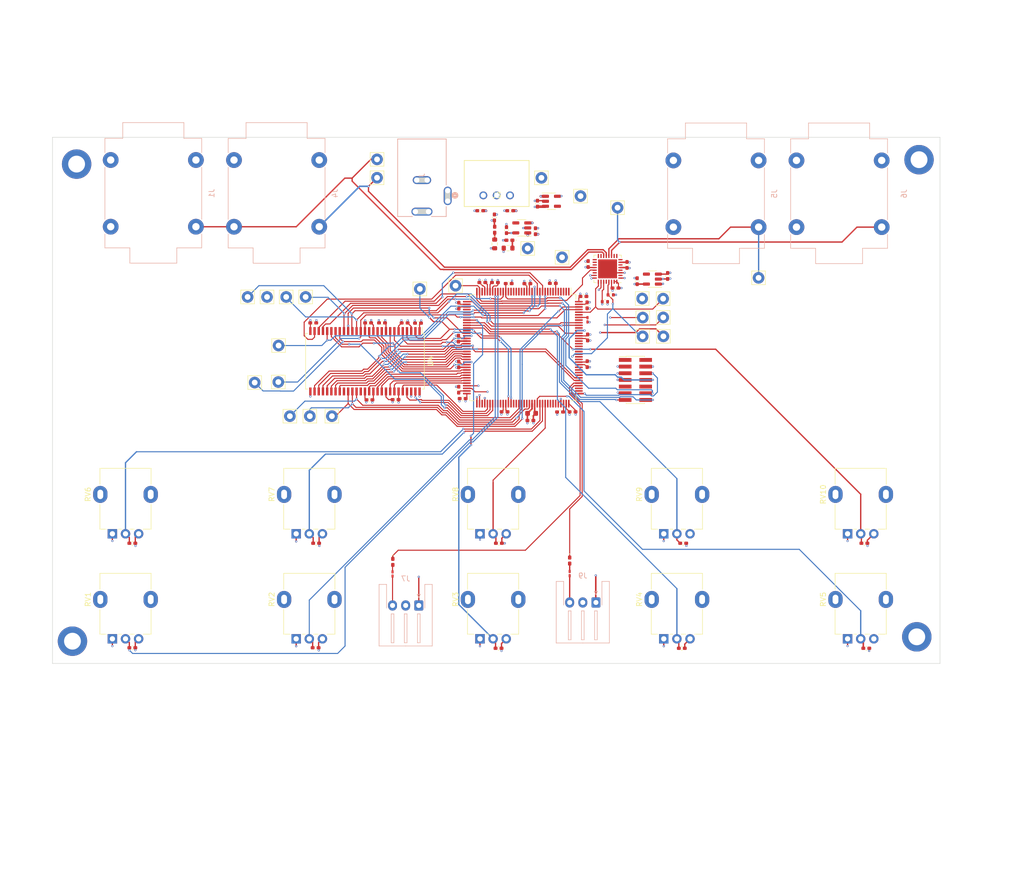
<source format=kicad_pcb>
(kicad_pcb (version 20221018) (generator pcbnew)
  (layers (0 "F.Cu" signal) (1 "In1.Cu" power) (2 "In2.Cu" power) (3 "In3.Cu" signal) (4 "In4.Cu" power) (31 "B.Cu" signal) (34 "B.Paste" user) (35 "F.Paste" user) (36 "B.SilkS" user "B.Silkscreen") (37 "F.SilkS" user "F.Silkscreen") (38 "B.Mask" user) (39 "F.Mask" user) (44 "Edge.Cuts" user))
  (net 0 "")
  (net 1 "+12V")
  (net 2 "GND")
  (net 3 "+5V")
  (net 4 "+3.3V")
  (net 5 "+1V8")
  (net 6 "NRST")
  (net 7 "Pot_0")
  (net 8 "Pot_1")
  (net 9 "Pot_2")
  (net 10 "Pot_3")
  (net 11 "Pot_4")
  (net 12 "Pot_5")
  (net 13 "Pot_6")
  (net 14 "Pot_7")
  (net 15 "Pot_8")
  (net 16 "Pot_9")
  (net 17 "+3.3VA")
  (net 18 "Net-(D2-A)")
  (net 27 "Net-(U6-VCAP_1)")
  (net 28 "Net-(U6-VCAP_2)")
  (net 34 "Net-(D1-K)")
  (net 35 "Net-(D2-K)")
  (net 37 "/Codec/Ve_guitare_L")
  (net 45 "/Codec/Ve_guitare_R")
  (net 60 "SWDIO")
  (net 61 "/Codec/Vs_guitare_L")
  (net 62 "SWCLK")
  (net 64 "Net-(D4-K)")
  (net 77 "SWO")
  (net 84 "USART2_RX")
  (net 85 "USART2_TX")
  (net 86 "/Codec/Vs_guitare_R")
  (net 88 "Net-(J9-Pin_3)")
  (net 89 "/Codec/SDA_I2C")
  (net 90 "Net-(U6-BOOT0)")
  (net 91 "/Codec/SCL_I2C")
  (net 92 "/STM32/SDCLK")
  (net 93 "/STM32/SDCKE1")
  (net 94 "/STM32/SDNE1 ")
  (net 95 "/STM32/SDNRAS")
  (net 96 "/STM32/SDNWE")
  (net 97 "/STM32/SDNCAS")
  (net 98 "/STM32/NBL0")
  (net 99 "/STM32/A0")
  (net 100 "/STM32/NBL1")
  (net 101 "/STM32/D0")
  (net 102 "/Codec/SYS_MCLK")
  (net 103 "/Codec/SD_I2S")
  (net 104 "/Codec/DOUT_I2S")
  (net 105 "/Codec/WS_I2S")
  (net 106 "/Codec/CK_I2S")
  (net 107 "/STM32/BA0")
  (net 110 "/STM32/D1")
  (net 111 "/STM32/D2")
  (net 112 "/STM32/D3")
  (net 113 "/STM32/D4")
  (net 114 "/STM32/D5")
  (net 115 "/STM32/D6")
  (net 116 "/STM32/D7")
  (net 117 "/STM32/BA1")
  (net 118 "/STM32/A10")
  (net 119 "/STM32/A1")
  (net 120 "/STM32/A2")
  (net 121 "/STM32/A3")
  (net 122 "/STM32/A4")
  (net 123 "/STM32/A5")
  (net 124 "/STM32/A6")
  (net 125 "/STM32/A7")
  (net 126 "/STM32/A8")
  (net 127 "/STM32/A9")
  (net 128 "/STM32/A11")
  (net 131 "/STM32/D8")
  (net 132 "/STM32/D9")
  (net 133 "/STM32/D10")
  (net 134 "/STM32/D11")
  (net 135 "/STM32/D12")
  (net 136 "/STM32/D13")
  (net 137 "/STM32/D14")
  (net 138 "/STM32/D15")
  (net 158 "Net-(D3-K)")
  (net 159 "Net-(D4-A)")
  (net 161 "Net-(J7-Pin_3)")
  (footprint "LED_SMD:LED_0402_1005Metric_Pad0.77x0.64mm_HandSolder" (layer "F.Cu") (at 123.48 100.4975 -90)
    (fp_text reference "D2" hide)
    (fp_text value "LED" hide)
  )
  (footprint "Connector_Pin:Pin_D1.1mm_L8.5mm_W2.5mm_FlatFork" (layer "F.Cu") (at 118.1 27.62)
    (fp_text reference "TP1" hide)
    (fp_text value "TestPoint" hide)
  )
  (footprint "Capacitor_SMD:C_0402_1005Metric_Pad0.74x0.62mm_HandSolder" (layer "F.Cu") (at 74.65 55.23725)
    (fp_text reference "C14" hide)
    (fp_text value "100nF" hide)
  )
  (footprint "Library:Potentiometer_Alpha_RD901F-40-00D_Single_Vertical" (layer "F.Cu") (at 178.9 107.9 90)
    (fp_text reference "RV5")
    (fp_text value "100k")
  )
  (footprint "Capacitor_SMD:C_0402_1005Metric_Pad0.74x0.62mm_HandSolder" (layer "F.Cu") (at 116 73.825 180)
    (fp_text reference "C23" hide)
    (fp_text value "100nF" hide)
  )
  (footprint "Capacitor_SMD:C_0402_1005Metric_Pad0.74x0.62mm_HandSolder" (layer "F.Cu") (at 112.1575 33.875 180)
    (fp_text reference "C2" hide)
    (fp_text value "100µF" hide)
  )
  (footprint "MountingHole:MountingHole_3.2mm_M3_DIN965_Pad" (layer "F.Cu") (at 29.59 25)
    (fp_text reference "H1" hide)
    (fp_text value "MountingHole_Pad" hide)
  )
  (footprint "Capacitor_SMD:C_0402_1005Metric_Pad0.74x0.62mm_HandSolder" (layer "F.Cu") (at 102.375 51.96225 90)
    (fp_text reference "C25" hide)
    (fp_text value "100nF" hide)
  )
  (footprint "Connector_Pin:Pin_D1.1mm_L8.5mm_W2.5mm_FlatFork" (layer "F.Cu") (at 159.45 46.66)
    (fp_text reference "TP6" hide)
    (fp_text value "TestPoint" hide)
  )
  (footprint "Capacitor_SMD:C_0402_1005Metric_Pad0.74x0.62mm_HandSolder" (layer "F.Cu") (at 75.1 117.1)
    (fp_text reference "C41" hide)
    (fp_text value "100nF" hide)
  )
  (footprint "Capacitor_SMD:C_0402_1005Metric_Pad0.74x0.62mm_HandSolder" (layer "F.Cu") (at 120.275 47.71225 180)
    (fp_text reference "C21" hide)
    (fp_text value "100nF" hide)
  )
  (footprint "Connector_Pin:Pin_D1.1mm_L8.5mm_W2.5mm_FlatFork" (layer "F.Cu") (at 68.05 59.55)
    (fp_text reference "TP15" hide)
    (fp_text value "TestPoint" hide)
  )
  (footprint "Capacitor_SMD:C_0402_1005Metric_Pad0.74x0.62mm_HandSolder" (layer "F.Cu") (at 136.33 47.3 90)
    (fp_text reference "C8" hide)
    (fp_text value "1uF" hide)
  )
  (footprint "Library:Potentiometer_Alpha_RD901F-40-00D_Single_Vertical" (layer "F.Cu") (at 108.9 107.9 90)
    (fp_text reference "RV3")
    (fp_text value "100k")
  )
  (footprint "Resistor_SMD:R_0603_1608Metric" (layer "F.Cu") (at 109.2 40.2 -90)
    (fp_text reference "R1" hide)
    (fp_text value "1k" hide)
  )
  (footprint "Package_SO:TSOP-II-54_22.2x10.16mm_P0.8mm" (layer "F.Cu") (at 84.5 62.54 -90)
    (fp_text reference "U4")
    (fp_text value "IS42S16400J-xC")
  )
  (footprint "Package_DFN_QFN:QFN-32-1EP_5x5mm_P0.5mm_EP3.6x3.6mm" (layer "F.Cu") (at 130.7 44.95 180)
    (fp_text reference "U7" hide)
    (fp_text value "SGTL5000XNAA3")
  )
  (footprint "Connector_Pin:Pin_D1.1mm_L8.5mm_W2.5mm_FlatFork" (layer "F.Cu") (at 101.75 48.15)
    (fp_text reference "TP18" hide)
    (fp_text value "TestPoint" hide)
  )
  (footprint "Capacitor_SMD:C_0402_1005Metric_Pad0.74x0.62mm_HandSolder" (layer "F.Cu") (at 132.2 48.6)
    (fp_text reference "C51" hide)
    (fp_text value "100nF" hide)
  )
  (footprint "MountingHole:MountingHole_3.2mm_M3_DIN965_Pad" (layer "F.Cu") (at 190.01 24.16)
    (fp_text reference "H2" hide)
    (fp_text value "MountingHole_Pad" hide)
  )
  (footprint "Connector_PinHeader_1.27mm:PinHeader_2x07_P1.27mm_Vertical_SMD" (layer "F.Cu") (at 136 66.1)
    (fp_text reference "J8" hide)
    (fp_text value "Conn_02x07_Odd_Even" hide)
  )
  (footprint "Connector_Pin:Pin_D1.1mm_L8.5mm_W2.5mm_FlatFork" (layer "F.Cu") (at 74 73 180)
    (fp_text reference "TP8" hide)
    (fp_text value "TestPoint" hide)
  )
  (footprint "Capacitor_SMD:C_0402_1005Metric_Pad0.74x0.62mm_HandSolder" (layer "F.Cu") (at 94.6 55.28725 180)
    (fp_text reference "C12" hide)
    (fp_text value "100nF" hide)
  )
  (footprint "Connector_Pin:Pin_D1.1mm_L8.5mm_W2.5mm_FlatFork" (layer "F.Cu") (at 132.6 33.3)
    (fp_text reference "TP35" hide)
    (fp_text value "TestPoint" hide)
  )
  (footprint "Capacitor_SMD:C_0402_1005Metric_Pad0.74x0.62mm_HandSolder" (layer "F.Cu") (at 111.45 37.575 90)
    (fp_text reference "C6" hide)
    (fp_text value "1uF" hide)
  )
  (footprint "Capacitor_SMD:C_0402_1005Metric_Pad0.74x0.62mm_HandSolder" (layer "F.Cu") (at 144.8325 117.2)
    (fp_text reference "C43" hide)
    (fp_text value "100nF" hide)
  )
  (footprint "Capacitor_SMD:C_0402_1005Metric_Pad0.74x0.62mm_HandSolder" (layer "F.Cu") (at 134.4 44.2 90)
    (fp_text reference "C50" hide)
    (fp_text value "100nF" hide)
  )
  (footprint "Capacitor_SMD:C_0402_1005Metric_Pad0.74x0.62mm_HandSolder" (layer "F.Cu") (at 126.8 51.9 -90)
    (fp_text reference "C35" hide)
    (fp_text value "100nF" hide)
  )
  (footprint "Capacitor_SMD:C_0402_1005Metric_Pad0.74x0.62mm_HandSolder" (layer "F.Cu") (at 179.6 97.2)
    (fp_text reference "C49" hide)
    (fp_text value "100nF" hide)
  )
  (footprint "Capacitor_SMD:C_0402_1005Metric_Pad0.74x0.62mm_HandSolder" (layer "F.Cu") (at 126.82 63.0975 -90)
    (fp_text reference "C30" hide)
    (fp_text value "100nF" hide)
  )
  (footprint "Library:Potentiometer_Alpha_RD901F-40-00D_Single_Vertical" (layer "F.Cu") (at 143.9 87.9 90)
    (fp_text reference "RV9")
    (fp_text value "100k")
  )
  (footprint "Capacitor_SMD:C_0402_1005Metric_Pad0.74x0.62mm_HandSolder" (layer "F.Cu") (at 103.1 69.65 180)
    (fp_text reference "C28" hide)
    (fp_text value "100nF" hide)
  )
  (footprint "Connector_Pin:Pin_D1.1mm_L8.5mm_W2.5mm_FlatFork" (layer "F.Cu") (at 122.03 42.75)
    (fp_text reference "TP23" hide)
    (fp_text value "TestPoint" hide)
  )
  (footprint "Package_QFP:LQFP-144_20x20mm_P0.5mm" (layer "F.Cu") (at 114.5625 59.95 -90)
    (fp_text reference "U6" hide)
    (fp_text value "STM32F446ZCTx" hide)
  )
  (footprint "Capacitor_SMD:C_0402_1005Metric_Pad0.74x0.62mm_HandSolder" (layer "F.Cu") (at 110 97.2)
    (fp_text reference "C47" hide)
    (fp_text value "100nF" hide)
  )
  (footprint "Library:Potentiometer_Alpha_RD901F-40-00D_Single_Vertical" (layer "F.Cu") (at 143.9 107.9 90)
    (fp_text reference "RV4")
    (fp_text value "100k")
  )
  (footprint "Connector_Pin:Pin_D1.1mm_L8.5mm_W2.5mm_FlatFork" (layer "F.Cu") (at 137.29 50.6 180)
    (fp_text reference "TP4" hide)
    (fp_text value "TestPoint" hide)
  )
  (footprint "Connector_Pin:Pin_D1.1mm_L8.5mm_W2.5mm_FlatFork" (layer "F.Cu") (at 86.8 27.6)
    (fp_text reference "TP34" hide)
    (fp_text value "TestPoint" hide)
  )
  (footprint "Resistor_SMD:R_0201_0603Metric_Pad0.64x0.40mm_HandSolder" (layer "F.Cu") (at 123.48 102.9775 -90)
    (fp_text reference "R3" hide)
    (fp_text value "330" hide)
  )
  (footprint "Capacitor_SMD:C_0402_1005Metric_Pad0.74x0.62mm_HandSolder" (layer "F.Cu") (at 106.85 47.55)
    (fp_text reference "C24" hide)
    (fp_text value "100nF" hide)
  )
  (footprint "Connector_Pin:Pin_D1.1mm_L8.5mm_W2.5mm_FlatFork" (layer "F.Cu") (at 141.325 57.8)
    (fp_text reference "TP24" hide)
    (fp_text value "TestPoint" hide)
  )
  (footprint "Connector_Pin:Pin_D1.1mm_L8.5mm_W2.5mm_FlatFork" (layer "F.Cu") (at 125.55 31.09 180)
    (fp_text reference "TP2" hide)
    (fp_text value "TestPoint" hide)
  )
  (footprint "Capacitor_SMD:C_0402_1005Metric_Pad0.74x0.62mm_HandSolder" (layer "F.Cu") (at 102.35 63.16 90)
    (fp_text reference "C27" hide)
    (fp_text value "100nF" hide)
  )
  (footprint "MountingHole:MountingHole_3.2mm_M3_DIN965_Pad" (layer "F.Cu") (at 189.58 115.02)
    (fp_text reference "H4" hide)
    (fp_text value "MountingHole_Pad" hide)
  )
  (footprint "Capacitor_SMD:C_0402_1005Metric_Pad0.74x0.62mm_HandSolder" (layer "F.Cu") (at 85.1 55.23725)
    (fp_text reference "C13" hide)
    (fp_text value "100nF" hide)
  )
  (footprint "Capacitor_SMD:C_0402_1005Metric_Pad0.74x0.62mm_HandSolder" (layer "F.Cu") (at 40.2 117.1)
    (fp_text reference "C40" hide)
    (fp_text value "100nF" hide)
  )
  (footprint "Connector_Pin:Pin_D1.1mm_L8.5mm_W2.5mm_FlatFork" (layer "F.Cu") (at 141.3 54.2 180)
    (fp_text reference "TP21" hide)
    (fp_text value "TestPoint" hide)
  )
  (footprint "Connector_Pin:Pin_D1.1mm_L8.5mm_W2.5mm_FlatFork" (layer "F.Cu") (at 73.2 50.3)
    (fp_text reference "TP10" hide)
    (fp_text value "TestPoint" hide)
  )
  (footprint "Capacitor_SMD:C_0402_1005Metric_Pad0.74x0.62mm_HandSolder" (layer "F.Cu") (at 106.45 33.875 180)
    (fp_text reference "C1" hide)
    (fp_text value "100uF" hide)
  )
  (footprint "Capacitor_SMD:C_0402_1005Metric_Pad0.74x0.62mm_HandSolder" (layer "F.Cu") (at 117.35 32.535 90)
    (fp_text reference "C3" hide)
    (fp_text value "1uF" hide)
  )
  (footprint "Capacitor_SMD:C_0402_1005Metric_Pad0.74x0.62mm_HandSolder" (layer "F.Cu") (at 126.9 58.01225 -90)
    (fp_text reference "C31" hide)
    (fp_text value "100nF" hide)
  )
  (footprint "Library:Potentiometer_Alpha_RD901F-40-00D_Single_Vertical" (layer "F.Cu") (at 178.9 87.9 90)
    (fp_text reference "RV10")
    (fp_text value "100k")
  )
  (footprint "Capacitor_SMD:C_0402_1005Metric_Pad0.74x0.62mm_HandSolder" (layer "F.Cu") (at 109.9325 117.2)
    (fp_text reference "C42" hide)
    (fp_text value "100nF" hide)
  )
  (footprint "Connector_Pin:Pin_D1.1mm_L8.5mm_W2.5mm_FlatFork" (layer "F.Cu") (at 94.95 48.77)
    (fp_text reference "TP17" hide)
    (fp_text value "TestPoint" hide)
  )
  (footprint "Capacitor_SMD:C_0402_1005Metric_Pad0.74x0.62mm_HandSolder" (layer "F.Cu") (at 75.2 97.2)
    (fp_text reference "C46" hide)
    (fp_text value "100nF" hide)
  )
  (footprint "Capacitor_SMD:C_0402_1005Metric_Pad0.74x0.62mm_HandSolder" (layer "F.Cu") (at 179.9675 117.2)
    (fp_text reference "C44" hide)
    (fp_text value "100nF" hide)
  )
  (footprint "Library:Potentiometer_Alpha_RD901F-40-00D_Single_Vertical" (layer "F.Cu") (at 108.9 87.9 90)
    (fp_text reference "RV8")
    (fp_text value "100k")
  )
  (footprint "Capacitor_SMD:C_0402_1005Metric_Pad0.74x0.62mm_HandSolder" (layer "F.Cu") (at 121.65 72.2 180)
    (fp_text reference "C19" hide)
    (fp_text value "2.2uF" hide)
  )
  (footprint "Capacitor_SMD:C_0603_1608Metric" (layer "F.Cu") (at 116.24 72.46 180)
    (fp_text reference "C17" hide)
    (fp_text value "4.7u" hide)
  )
  (footprint "Capacitor_SMD:C_0402_1005Metric_Pad0.74x0.62mm_HandSolder" (layer "F.Cu") (at 40.2 97.2)
    (fp_text reference "C45" hide)
    (fp_text value "100nF" hide)
  )
  (footprint "Connector_Pin:Pin_D1.1mm_L8.5mm_W2.5mm_FlatFork" (layer "F.Cu") (at 68 66.5 180)
    (fp_text reference "TP14" hide)
    (fp_text value "TestPoint" hide)
  )
  (footprint "Capacitor_SMD:C_0402_1005Metric_Pad0.74x0.62mm_HandSolder" (layer "F.Cu") (at 111.075 72.16225 180)
    (fp_text reference "C33" hide)
    (fp_text value "100nF" hide)
  )
  (footprint "Library:Potentiometer_Alpha_RD901F-40-00D_Single_Vertical" (layer "F.Cu") (at 73.9 87.9 90)
    (fp_text reference "RV7")
    (fp_text value "100k")
  )
  (footprint "Package_TO_SOT_SMD:SOT-23-5" (layer "F.Cu") (at 120.0125 32.08)
    (fp_text reference "U1" hide)
    (fp_text value "BU33SD5WG-TR" hide)
  )
  (footprint "Capacitor_SMD:C_0402_1005Metric_Pad0.74x0.62mm_HandSolder" (layer "F.Cu") (at 124.025 72.175 180)
    (fp_text reference "C29" hide)
    (fp_text value "100nF" hide)
  )
  (footprint "Connector_Pin:Pin_D1.1mm_L8.5mm_W2.5mm_FlatFork" (layer "F.Cu") (at 86.8 24.1 180)
    (fp_text reference "TP5" hide)
    (fp_text value "TestPoint" hide)
  )
  (footprint "Library:Potentiometer_Alpha_RD901F-40-00D_Single_Vertical" (layer "F.Cu") (at 73.9 107.9 90)
    (fp_text reference "RV2")
    (fp_text value "100k")
  )
  (footprint "Resistor_SMD:R_0201_0603Metric_Pad0.64x0.40mm_HandSolder" (layer "F.Cu") (at 126.875 54.65 90)
    (fp_text reference "R6" hide)
    (fp_text value "510" hide)
  )
  (footprint "Capacitor_SMD:C_0402_1005Metric_Pad0.74x0.62mm_HandSolder" (layer "F.Cu") (at 127 44.0325 90)
    (fp_text reference "C20" hide)
    (fp_text value "100nF" hide)
  )
  (footprint "Connector_Pin:Pin_D1.1mm_L8.5mm_W2.5mm_FlatFork" (layer "F.Cu") (at 115.48 41.06 180)
    (fp_text reference "TP3" hide)
    (fp_text value "TestPoint" hide)
  )
  (footprint "Resistor_SMD:R_0201_0603Metric_Pad0.64x0.40mm_HandSolder" (layer "F.Cu") (at 89.75 103.05 -90)
    (fp_text reference "R4" hide)
    (fp_text value "330" hide)
  )
  (footprint "Capacitor_SMD:C_0402_1005Metric_Pad0.74x0.62mm_HandSolder" (layer "F.Cu") (at 87.75 55.23725 180)
    (fp_text reference "C11" hide)
    (fp_text value "100nF" hide)
  )
  (footprint "Capacitor_SMD:C_0402_1005Metric_Pad0.74x0.62mm_HandSolder" (layer "F.Cu") (at 145.1 97.2)
    (fp_text reference "C48" hide)
    (fp_text value "100nF" hide)
  )
  (footprint "LED_SMD:LED_0402_1005Metric_Pad0.77x0.64mm_HandSolder" (layer "F.Cu") (at 89.8 100.75 -90)
    (fp_text reference "D4" hide)
    (fp_text value "LED" hide)
  )
  (footprint "Package_TO_SOT_SMD:SOT-23-5" (layer "F.Cu") (at 139.23 46.9 180)
    (fp_text reference "U3" hide)
    (fp_text value "BU18SD2MG-MTR" hide)
  )
  (footprint "Resistor_SMD:R_0402_1005Metric" (layer "F.Cu") (at 131.29 49.9 180)
    (fp_text reference "R7" hide)
    (fp_text value "1.5k" hide)
  )
  (footprint "Capacitor_SMD:C_0402_1005Metric_Pad0.74x0.62mm_HandSolder" (layer "F.Cu") (at 102.3 58.24 90)
    (fp_text reference "C26" hide)
    (fp_text value "100nF" hide)
  )
  (footprint "Capacitor_SMD:C_0402_1005Metric_Pad0.74x0.62mm_HandSolder" (layer "F.Cu") (at 90.325 69.85 180)
    (fp_text reference "C9" hide)
    (fp_text value "100nF" hide)
  )
  (footprint "Connector_Pin:Pin_D1.1mm_L8.5mm_W2.5mm_FlatFork" (layer "F.Cu") (at 62.15 50.3 180)
    (fp_text reference "TP13" hide)
    (fp_text value "TestPoint" hide)
  )
  (footprint "Connector_Pin:Pin_D1.1mm_L8.5mm_W2.5mm_FlatFork" (layer "F.Cu") (at 78.2 73)
    (fp_text reference "TP9" hide)
    (fp_text value "TestPoint" hide)
  )
  (footprint "LED_SMD:LED_0402_1005Metric_Pad0.77x0.64mm_HandSolder" (layer "F.Cu") (at 112 39.5 180)
    (fp_text reference "D3" hide)
    (fp_text value "RED" hide)
  )
  (footprint "Capacitor_SMD:C_0402_1005Metric_Pad0.74x0.62mm_HandSolder" (layer "F.Cu") (at 109.25 47.55 180)
    (fp_text reference "C34" hide)
    (fp_text value "100nF" hide)
  )
  (footprint "Capacitor_SMD:C_0402_1005Metric_Pad0.74x0.62mm_HandSolder" (layer "F.Cu") (at 115.425 47.76225)
    (fp_text reference "C22" hide)
    (fp_text value "100nF" hide)
  )
  (footprint "Resistor_SMD:R_0402_1005Metric" (layer "F.Cu") (at 130.19 51.2 180)
    (fp_text reference "R5" hide)
    (fp_text value "1.5k" hide)
  )
  (footprint "Capacitor_SMD:C_0402_1005Metric_Pad0.74x0.62mm_HandSolder" (layer "F.Cu") (at 85.35 69.88725 180)
    (fp_text reference "C15" hide)
    (fp_text value "100nF" hide)
  )
  (footprint "Package_TO_SOT_SMD:SOT-23-5" (layer "F.Cu") (at 114.3625 37.15 180)
    (fp_text reference "U2" hide)
    (fp_text value "BU33SD5WG-TR")
  )
  (footprint "Connector_Pin:Pin_D1.1mm_L8.5mm_W2.5mm_FlatFork" (layer "F.Cu") (at 70.2 73)
    (fp_text reference "TP16" hide)
    (fp_text value "TestPoint" hide)
  )
  (footprint "Capacitor_SMD:C_0402_1005Metric_Pad0.74x0.62mm_HandSolder" (layer "F.Cu") (at 92.05 55.24725 180)
    (fp_text reference "C10" hide)
    (fp_text value "100nF" hide)
  )
  (footprint "Connector_Pin:Pin_D1.1mm_L8.5mm_W2.5mm_FlatFork" (layer "F.Cu") (at 137.4 54.225)
    (fp_text reference "TP19" hide)
    (fp_text value "TestPoint" hide)
  )
  (footprint "Connector_Pin:Pin_D1.1mm_L8.5mm_W2.5mm_FlatFork" (layer "F.Cu") (at 69.5 50.3)
    (fp_text reference "TP12" hide)
    (fp_text value "TestPoint" hide)
  )
  (footprint "LED_SMD:LED_0402_1005Metric_Pad0.77x0.64mm_HandSolder" (layer "F.Cu") (at 109.2 37.5 90)
    (fp_text reference "D1" hide)
    (fp_text value "RED" hide)
  )
  (footprint "Capacitor_SMD:C_0402_1005Metric_Pad0.74x0.62mm_HandSolder" (layer "F.Cu") (at 116.9625 37.78 90)
    (fp_text reference "C5" hide)
    (fp_text value "1uF" hide)
  )
  (footprint "Connector_Pin:Pin_D1.1mm_L8.5mm_W2.5mm_FlatFork" (layer "F.Cu") (at 65.85 50.3 180)
    (fp_text reference "TP11" hide)
    (fp_text value "TestPoint" hide)
  )
  (footprint "MountingHole:MountingHole_3.2mm_M3_DIN965_Pad" (layer "F.Cu") (at 28.8 115.85)
    (fp_text reference "H3" hide)
    (fp_text value "MountingHole_Pad" hide)
  )
  (footprint "Resistor_SMD:R_0603_1608Metric" (layer "F.Cu") (at 111.75 41 180)
    (fp_text reference "R2" hide)
    (fp_text value "1k" hide)
  )
  (footprint "Connector_Pin:Pin_D1.1mm_L8.5mm_W2.5mm_FlatFork" (layer "F.Cu") (at 141.275 50.625 180)
    (fp_text reference "TP22" hide)
    (fp_text value "TestPoint" hide)
  )
  (footprint "Capacitor_SMD:C_0402_1005Metric_Pad0.74x0.62mm_HandSolder" (layer "F.Cu") (at 142.13 46.3 -90)
    (fp_text reference "C7" hide)
    (fp_text value "1uF" hide)
  )
  (footprint "Capacitor_SMD:C_0402_1005Metric_Pad0.74x0.62mm_HandSolder" (layer "F.Cu") (at 102.35 67.95 90)
    (fp_text reference "C18" hide)
    (fp_text value "2.2uF" hide)
  )
  (footprint "Capacitor_SMD:C_0402_1005Metric_Pad0.74x0.62mm_HandSolder" (layer "F.Cu") (at 109.15 35.155 90)
    (fp_text reference "C4" hide)
    (fp_text value "1uF" hide)
  )
  (footprint "Library:Potentiometer_Alpha_RD901F-40-00D_Single_Vertical" (layer "F.Cu") (at 38.9 87.9 90)
    (fp_text reference "RV6")
    (fp_text value "100k")
  )
  (footprint "Library:CONN3_950578_WRE_173950578" (layer "F.Cu") (at 107.0399 30.954499)
    (fp_text reference "J3")
    (fp_text value "173950578")
  )
  (footprint "Capacitor_SMD:C_0402_1005Metric_Pad0.74x0.62mm_HandSolder" (layer "F.Cu") (at 126.1 50.2)
    (fp_text reference "C32" hide)
    (fp_text value "100nF" hide)
  )
  (footprint "Capacitor_SMD:C_0402_1005Metric_Pad0.74x0.62mm_HandSolder" (layer "F.Cu") (at 111.8675 47.75)
    (fp_text reference "C60" hide)
    (fp_text value "100nF" hide)
  )
  (footprint "Connector_Pin:Pin_D1.1mm_L8.5mm_W2.5mm_FlatFork" (layer "F.Cu") (at 63.5 66.6)
    (fp_text reference "TP25" hide)
    (fp_text value "TestPoint" hide)
  )
  (footprint "Library:Potentiometer_Alpha_RD901F-40-00D_Single_Vertical" (layer "F.Cu") (at 38.9 107.9 90)
    (fp_text reference "RV1")
    (fp_text value "100k")
  )
  (footprint "Connector_Pin:Pin_D1.1mm_L8.5mm_W2.5mm_FlatFork" (layer "F.Cu") (at 137.375 57.8)
    (fp_text reference "TP20" hide)
    (fp_text value "TestPoint" hide)
  )
  (footprint "Connector_Audio:Jack_6.35mm_Neutrik_NMJ4HCD2_Horizontal" (layer "B.Cu") (at 182.9 37 90)
    (fp_text reference "J6")
    (fp_text value "NMJ4HCD2")
  )
  (footprint "Library:Regulator4840-2201" (layer "B.Cu") (at 95.350002 28.05 -90)
    (fp_text reference "J2")
    (fp_text value "4840.2201")
    (fp_line (start 0 -0.999998) (end 0 0.999998) (stroke (width 1)) (layer "Edge.Cuts"))
    (fp_line (start 4 -4.900001) (end 2.000004 -4.900001) (stroke (width 1)) (layer "Edge.Cuts"))
    (fp_line (start 6.000001 -1.250061) (end 6.000001 1.250061) (stroke (width 1)) (layer "Edge.Cuts"))
  )
  (footprint "Connector_Audio:Jack_6.35mm_Neutrik_NMJ4HCD2_Horizontal" (layer "B.Cu") (at 159.46 37 90)
    (fp_text reference "J5")
    (fp_text value "NMJ4HCD2")
  )
  (footprint "Connector_JST:JST_XH_S3B-XH-A-1_1x03_P2.50mm_Horizontal" (layer "B.Cu") (at 94.75 109.05 180)
    (fp_text reference "J7")
    (fp_text value "Conn_01x03")
  )
  (footprint "Connector_Audio:Jack_6.35mm_Neutrik_NMJ4HCD2_Horizontal" (layer "B.Cu") (at 75.79 36.93 90)
    (fp_text reference "J4")
    (fp_text value "NMJ4HCD2")
  )
  (footprint "Connector_Audio:Jack_6.35mm_Neutrik_NMJ4HCD2_Horizontal" (layer "B.Cu") (at 52.31 36.92 90)
    (fp_text reference "J1")
    (fp_text value "NMJ4HCD2")
  )
  (footprint "Connector_JST:JST_XH_S3B-XH-A-1_1x03_P2.50mm_Horizontal" (layer "B.Cu") (at 128.48 108.48 180)
    (fp_text reference "J9")
    (fp_text value "Conn_01x03")
  )
  (gr_line (start 194 120.09) (end 194 19.9) (stroke (width 0.1)) (layer "Edge.Cuts"))
  (gr_line (start 194 19.9) (end 25 19.9) (stroke (width 0.1)) (layer "Edge.Cuts"))
  (gr_line (start 25 19.9) (end 25 120.09) (stroke (width 0.1)) (layer "Edge.Cuts"))
  (gr_line (start 25 120.09) (end 194 120.09) (stroke (width 0.1)) (layer "Edge.Cuts"))
  (segment (start 107.0175 33.875) (end 107.515 33.875) (width 0.5) (layer "F.Cu") (net 1))
  (segment (start 107.515 33.875) (end 107.54 33.9) (width 0.5) (layer "F.Cu") (net 1))
  (via (at 107.54 33.9) (size 0.4) (drill 0.2) (layers "F.Cu" "B.Cu") (net 1))
  (segment (start 110.5675 96.2325) (end 111.4 95.4) (width 0.25) (layer "F.Cu") (net 2))
  (segment (start 112.435 47.75) (end 112.435 47.265) (width 0.2) (layer "F.Cu") (net 2))
  (segment (start 108.6825 47.55) (end 108.6825 47.0675) (width 0.2) (layer "F.Cu") (net 2))
  (segment (start 109.62 34.6) (end 109.1625 34.6) (width 0.25) (layer "F.Cu") (net 2))
  (segment (start 86.1 56.78725) (end 86.1 55.66975) (width 0.2) (layer "F.Cu") (net 2))
  (segment (start 40.7675 116.0325) (end 41.4 115.4) (width 0.25) (layer "F.Cu") (net 2))
  (segment (start 102.8275 58.2) (end 102.3 57.6725) (width 0.2) (layer "F.Cu") (net 2))
  (segment (start 132.7675 48.6) (end 133.35 48.6) (width 0.2) (layer "F.Cu") (net 2))
  (segment (start 140.3675 46.9) (end 141.205 46.9) (width 0.25) (layer "F.Cu") (net 2))
  (segment (start 87.1825 54.76975) (end 87.15 54.73725) (width 0.2) (layer "F.Cu") (net 2))
  (segment (start 102.9575 63.2) (end 102.35 62.5925) (width 0.3) (layer "F.Cu") (net 2))
  (segment (start 110.5075 72.16225) (end 110.5075 72.62975) (width 0.2) (layer "F.Cu") (net 2))
  (segment (start 114.6375 37.175) (end 115.475 37.175) (width 0.25) (layer "F.Cu") (net 2))
  (segment (start 125.2375 58.21225) (end 126.5325 58.21225) (width 0.2) (layer "F.Cu") (net 2))
  (segment (start 91.4825 55.24725) (end 91.4825 54.76975) (width 0.2) (layer "F.Cu") (net 2))
  (segment (start 123.4575 72.175) (end 122.8125 71.53) (width 0.2) (layer "F.Cu") (net 2))
  (segment (start 110.5 117.2) (end 110.5 116.3) (width 0.25) (layer "F.Cu") (net 2))
  (segment (start 111.04 33.875) (end 111.59 33.875) (width 0.2) (layer "F.Cu") (net 2))
  (segment (start 115.825 47.92975) (end 115.825 49.29975) (width 0.2) (layer "F.Cu") (net 2))
  (segment (start 119.675 47.67975) (end 119.7075 47.71225) (width 0.2) (layer "F.Cu") (net 2))
  (segment (start 90.9 56.78725) (end 90.9 55.82975) (width 0.2) (layer "F.Cu") (net 2))
  (segment (start 107.8125 47.945) (end 107.4175 47.55) (width 0.2) (layer "F.Cu") (net 2))
  (segment (start 132.647303 68.509645) (end 132.652834 68.515176) (width 0.2) (layer "F.Cu") (net 2))
  (segment (start 117.5175 31.9675) (end 118.7625 31.9675) (width 0.25) (layer "F.Cu") (net 2))
  (segment (start 117.4625 37.2) (end 116.975 37.2) (width 0.25) (layer "F.Cu") (net 2))
  (segment (start 88.5 68.3) (end 88.5 69.355) (width 0.2) (layer "F.Cu") (net 2))
  (segment (start 101.83 57.69) (end 102.2825 57.69) (width 0.2) (layer "F.Cu") (net 2))
  (segment (start 119.675 47.16225) (end 119.675 47.67975) (width 0.2) (layer "F.Cu") (net 2))
  (segment (start 84.7825 69.88725) (end 84.5 69.60475) (width 0.2) (layer "F.Cu") (net 2))
  (segment (start 126.7 49.7) (end 126.7 50.1675) (width 0.2) (layer "F.Cu") (net 2))
  (segment (start 84.5 69.60475) (end 84.5 68.28725) (width 0.2) (layer "F.Cu") (net 2))
  (segment (start 127.275 55.1) (end 126.9175 55.1) (width 0.2) (layer "F.Cu") (net 2))
  (segment (start 126.5 43.54) (end 126.925 43.54) (width 0.25) (layer "F.Cu") (net 2))
  (segment (start 110.9 41.7) (end 110.9 41.025) (width 0.3) (layer "F.Cu") (net 2))
  (segment (start 75.2175 55.23725) (end 75.2175 54.76975) (width 0.2) (layer "F.Cu") (net 2))
  (segment (start 107.4175 47.0825) (end 107.45 47.05) (width 0.2) (layer "F.Cu") (net 2))
  (segment (start 94.0325 55.28725) (end 94.0325 54.81975) (width 0.2) (layer "F.Cu") (net 2))
  (segment (start 112.435 47.265) (end 112.5 47.2) (width 0.2) (layer "F.Cu") (net 2))
  (segment (start 131.95 47.375) (end 132.45 47.375) (width 0.2) (layer "F.Cu") (net 2))
  (segment (start 125.225 63.19) (end 126.345 63.19) (width 0.2) (layer "F.Cu") (net 2))
  (segment (start 132.7675 47.7175) (end 132.45 47.4) (width 0.2) (layer "F.Cu") (net 2))
  (segment (start 132.647303 68.508181) (end 132.779122 68.64) (width 0.2) (layer "F.Cu") (net 2))
  (segment (start 40.7675 96.0325) (end 41.4 95.4) (width 0.25) (layer "F.Cu") (net 2))
  (segment (start 105.8825 33.875) (end 105.365 33.875) (width 0.25) (layer "F.Cu") (net 2))
  (segment (start 115.4325 74.3175) (end 115.425 74.325) (width 0.3) (layer "F.Cu") (net 2))
  (segment (start 133.15 45.7) (end 131.45 45.7) (width 0.2) (layer "F.Cu") (net 2))
  (segment (start 94.0325 54.81975) (end 94 54.78725) (width 0.2) (layer "F.Cu") (net 2))
  (segment (start 135.83 46.7) (end 135.8625 46.7325) (width 0.3) (layer "F.Cu") (net 2))
  (segment (start 115.465 72.46) (end 116.3125 71.6125) (width 0.3) (layer "F.Cu") (net 2))
  (segment (start 127.34 63.67) (end 127.335 63.665) (width 0.2) (layer "F.Cu") (net 2))
  (segment (start 40.77 117.56) (end 40.77 117.1025) (width 0.25) (layer "F.Cu") (net 2))
  (segment (start 40.7675 117.1) (end 40.7675 116.0325) (width 0.25) (layer "F.Cu") (net 2))
  (segment (start 109.1625 34.6) (end 109.15 34.5875) (width 0.25) (layer "F.Cu") (net 2))
  (segment (start 132.63 66.1) (end 132.625 66.095) (width 0.2) (layer "F.Cu") (net 2))
  (segment (start 134.05 66.1) (end 132.63 66.1) (width 0.2) (layer "F.Cu") (net 2))
  (segment (start 135.8625 46.7325) (end 136.33 46.7325) (width 0.3) (layer "F.Cu") (net 2))
  (segment (start 126.345 63.19) (end 126.82 63.665) (width 0.2) (layer "F.Cu") (net 2))
  (segment (start 133.15 45.7) (end 133.95 45.7) (width 0.2) (layer "F.Cu") (net 2))
  (segment (start 180.1675 96.6325) (end 181.4 95.4) (width 0.25) (layer "F.Cu") (net 2))
  (segment (start 91.4825 54.76975) (end 91.45 54.73725) (width 0.2) (layer "F.Cu") (net 2))
  (segment (start 89.775 70.33725) (end 89.775 69.8675) (width 0.2) (layer "F.Cu") (net 2))
  (segment (start 111.45 37.0075) (end 111.45 36.45) (width 0.25) (layer "F.Cu") (net 2))
  (segment (start 134.2325 43.7) (end 133.15 43.7) (width 0.3) (layer "F.Cu") (net 2))
  (segment (start 75.6675 117.1) (end 75.6675 116.1325) (width 0.25) (layer "F.Cu") (net 2))
  (segment (start 40.77 117.1025) (end 40.7675 117.1) (width 0.25) (layer "F.Cu") (net 2))
  (segment (start 85.6675 55.23725) (end 85.6675 54.71975) (width 0.2) (layer "F.Cu") (net 2))
  (segment (start 115.975 47.74475) (end 115.9925 47.76225) (width 0.2) (layer "F.Cu") (net 2))
  (segment (start 121.1 72.7) (end 121.1 72.2175) (width 0.2) (layer "F.Cu") (net 2))
  (segment (start 115.4325 73.825) (end 115.4325 72.4925) (width 0.3) (layer "F.Cu") (net 2))
  (segment (start 122.8125 71.53) (end 122.8125 70.6125) (width 0.2) (layer "F.Cu") (net 2))
  (segment (start 88.995 69.85) (end 89.7575 69.85) (width 0.2) (layer "F.Cu") (net 2))
  (segment (start 134.9 43.7) (end 134.4675 43.7) (width 0.25) (layer "F.Cu") (net 2))
  (segment (start 117.48 32.005) (end 117.5175 31.9675) (width 0.25) (layer "F.Cu") (net 2))
  (segment (start 110.5675 97.2) (end 110.5675 96.2325) (width 0.25) (layer "F.Cu") (net 2))
  (segment (start 101.875 51.36225) (end 102.3425 51.36225) (width 0.2) (layer "F.Cu") (net 2))
  (segment (start 132.647303 68.508181) (end 132.647303 68.509645) (width 0.2) (layer "F.Cu") (net 2))
  (segment (start 108.3125 47.92) (end 108.6825 47.55) (width 0.2) (layer "F.Cu") (net 2))
  (segment (start 75.7675 96.0325) (end 76.4 95.4) (width 0.25) (layer "F.Cu") (net 2))
  (segment (start 111.45 36.45) (end 111.425 36.425) (width 0.25) (layer "F.Cu") (net 2))
  (segment (start 110.825 71.84475) (end 110.825 70.62475) (width 0.2) (layer "F.Cu") (net 2))
  (segment (start 115.975 47.21225) (end 115.975 47.74475) (width 0.2) (layer "F.Cu") (net 2))
  (segment (start 127.335 63.665) (end 126.82 63.665) (width 0.2) (layer "F.Cu") (net 2))
  (segment (start 141.23 46.875) (end 142.1225 46.875) (width 0.25) (layer "F.Cu") (net 2))
  (segment (start 115.9925 47.76225) (end 115.825 47.92975) (width 0.2) (layer "F.Cu") (net 2))
  (segment (start 180.1675 97.2) (end 180.1675 96.6325) (width 0.25) (layer "F.Cu") (net 2))
  (segment (start 85.6675 54.71975) (end 85.675 54.71225) (width 0.2) (layer "F.Cu") (net 2))
  (segment (start 118.7625 31.9675) (end 118.875 32.08) (width 0.25) (layer "F.Cu") (net 2))
  (segment (start 107.8125 49.2875) (end 107.8125 47.945) (width 0.2) (layer "F.Cu") (net 2))
  (segment (start 133.15 46.7) (end 133.94 46.7) (width 0.2) (layer "F.Cu") (net 2))
  (segment (start 118.95 31.9675) (end 118.9875 32.005) (width 0.25) (layer "F.Cu") (net 2))
  (segment (start 132.779122 68.64) (end 134.05 68.64) (width 0.2) (layer "F.Cu") (net 2))
  (segment (start 107.4175 47.55) (end 107.4175 47.0825) (width 0.2) (layer "F.Cu") (net 2))
  (segment (start 88.5 69.355) (end 88.995 69.85) (width 0.2) (layer "F.Cu") (net 2))
  (segment (start 75.7675 97.2) (end 75.7675 96.0325) (width 0.25) (layer "F.Cu") (net 2))
  (segment (start 126.5325 58.21225) (end 126.9 58.57975) (width 0.2) (layer "F.Cu") (net 2))
  (segment (start 142.63 46.8) (end 142.1975 46.8) (width 0.3) (layer "F.Cu") (net 2))
  (segment (start 132.64 64.83) (end 132.625 64.845) (width 0.2) (layer "F.Cu") (net 2))
  (segment (start 145.4 116.4) (end 146.4 115.4) (width 0.25) (layer "F.Cu") (net 2))
  (segment (start 145.4 117.2) (end 145.4 116.4) (width 0.25) (layer "F.Cu") (net 2))
  (segment (start 102.375 51.39475) (end 102.6925 51.71225) (width 0.2) (layer "F.Cu") (net 2))
  (segment (start 116.85 32.005) (end 117.48 32.005) (width 0.25) (layer "F.Cu") (net 2))
  (segment (start 115.4325 72.4925) (end 115.465 72.46) (width 0.3) (layer "F.Cu") (net 2))
  (segment (start 141.205 46.9) (end 141.23 46.875) (width 0.25) (layer "F.Cu") (net 2))
  (segment (start 142.1225 46.875) (end 142.13 46.8675) (width 0.25) (layer "F.Cu") (net 2))
  (segment (start 110.5075 72.16225) (end 110.825 71.84475) (width 0.2) (layer "F.Cu") (net 2))
  (segment (start 90.9 55.82975) (end 91.4825 55.24725) (width 0.2) (layer "F.Cu") (net 2))
  (segment (start 110.9 41.025) (end 110.925 41) (width 0.3) (layer "F.Cu") (net 2))
  (segment (start 40.7675 97.2) (end 40.7675 96.0325) (width 0.25) (layer "F.Cu") (net 2))
  (segment (start 116.975 37.2) (end 116.9625 37.2125) (width 0.25) (layer "F.Cu") (net 2))
  (segment (start 123.45 72.1825) (end 123.4575 72.175) (width 0.2) (layer "F.Cu") (net 2))
  (segment (start 103.9 58.2) (end 102.8275 58.2) (width 0.3) (layer "F.Cu") (net 2))
  (segment (start 127.3 52.5) (end 126.8325 52.5) (width 0.2) (layer "F.Cu") (net 2))
  (segment (start 87.1825 55.23725) (end 87.1825 54.76975) (width 0.2) (layer "F.Cu") (net 2))
  (segment (start 105.365 33.875) (end 105.35 33.89) (width 0.25) (layer "F.Cu") (net 2))
  (segment (start 115.4325 73.825) (end 115.4325 74.3175) (width 0.3) (layer "F.Cu") (net 2))
  (segment (start 86.1 55.66975) (end 85.6675 55.23725) (width 0.2) (layer "F.Cu") (net 2))
  (segment (start 131.45 45.7) (end 130.7 44.95) (width 0.2) (layer "F.Cu") (net 2))
  (segment (start 110.5 116.3) (end 111.4 115.4) (width 0.25) (layer "F.Cu") (net 2))
  (segment (start 108.3125 49.2875) (end 108.3125 47.92) (width 0.2) (layer "F.Cu") (net 2))
  (segment (start 123.45 72.7) (end 123.45 72.1825) (width 0.2) (layer "F.Cu") (net 2))
  (segment (start 134.05 64.83) (end 132.64 64.83) (width 0.2) (layer "F.Cu") (net 2))
  (segment (start 116.3125 71.6125) (end 116.3125 70.6125) (width 0.3) (layer "F.Cu") (net 2))
  (segment (start 75.2175 54.76975) (end 75.25 54.73725) (width 0.2) (layer "F.Cu") (net 2))
  (segment (start 75.6675 116.1325) (end 76.4 115.4) (width 0.25) (layer "F.Cu") (net 2))
  (segment (start 110.5075 72.62975) (end 110.475 72.66225) (width 0.2) (layer "F.Cu") (net 2))
  (segment (start 102.6925 51.71225) (end 103.9125 51.71225) (width 0.2) (layer "F.Cu") (net 2))
  (segment (start 103.9 63.2) (end 102.9575 63.2) (width 0.3) (layer "F.Cu") (net 2))
  (segment (start 132.7675 48.6) (end 132.7675 47.7175) (width 0.2) (layer "F.Cu") (net 2))
  (segment (start 108.6825 47.0675) (end 108.7 47.05) (width 0.2) (layer "F.Cu") (net 2))
  (segment (start 108.49 41.025) (end 109.2 41.025) (width 0.3) (layer "F.Cu") (net 2))
  (via (at 85.675 54.71225) (size 0.4) (drill 0.2) (layers "F.Cu" "B.Cu") (net 2))
  (via (at 74.1 69.23725) (size 0.4) (drill 0.2) (layers "F.Cu" "B.Cu") (net 2))
  (via (at 105.35 33.89) (size 0.4) (drill 0.2) (layers "F.Cu" "B.Cu") (net 2))
  (via (at 117.4625 37.2) (size 0.4) (drill 0.2) (layers "F.Cu" "B.Cu") (net 2))
  (via (at 133.95 45.7) (size 0.4) (drill 0.2) (layers "F.Cu" "B.Cu") (net 2))
  (via (at 115.425 74.325) (size 0.4) (drill 0.2) (layers "F.Cu" "B.Cu") (net 2))
  (via (at 119.675 47.16225) (size 0.4) (drill 0.2) (layers "F.Cu" "B.Cu") (net 2))
  (via (at 121.1 72.7) (size 0.4) (drill 0.2) (layers "F.Cu" "B.Cu") (net 2))
  (via (at 75.8 97.7) (size 0.4) (drill 0.2) (layers "F.Cu" "B.Cu") (net 2))
  (via (at 126.7 49.7) (size 0.4) (drill 0.2) (layers "F.Cu" "B.Cu") (net 2))
  (via (at 127.34 63.67) (size 0.4) (drill 0.2) (layers "F.Cu" "B.Cu") (net 2))
  (via (at 116.85 32.005) (size 0.4) (drill 0.2) (layers "F.Cu" "B.Cu") (net 2))
  (via (at 133.94 46.7) (size 0.4) (drill 0.2) (layers "F.Cu" "B.Cu") (net 2))
  (via (at 141.23 46.875) (size 0.4) (drill 0.2) (layers "F.Cu" "B.Cu") (net 2))
  (via (at 108.49 41.025) (size 0.4) (drill 0.2) (layers "F.Cu" "B.Cu") (net 2))
  (via (at 109.62 34.6) (size 0.4) (drill 0.2) (layers "F.Cu" "B.Cu") (net 2))
  (via (at 135.83 46.7) (size 0.4) (drill 0.2) (layers "F.Cu" "B.Cu") (net 2))
  (via (at 111.04 33.875) (size 0.4) (drill 0.2) (layers "F.Cu" "B.Cu") (net 2))
  (via (at 114.6375 37.175) (size 0.4) (drill 0.2) (layers "F.Cu" "B.Cu") (net 2))
  (via (at 108.7 47.05) (size 0.4) (drill 0.2) (layers "F.Cu" "B.Cu") (net 2))
  (via (at 75.25 54.73725) (size 0.4) (drill 0.2) (layers "F.Cu" "B.Cu") (net 2))
  (via (at 180.2 97.7) (size 0.4) (drill 0.2) (layers "F.Cu" "B.Cu") (net 2))
  (via (at 111.425 36.425) (size 0.4) (drill 0.2) (layers "F.Cu" "B.Cu") (net 2))
  (via (at 107.45 47.05) (size 0.4) (drill 0.2) (layers "F.Cu" "B.Cu") (net 2))
  (via (at 101.85 67.4) (size 0.4) (drill 0.2) (layers "F.Cu" "B.Cu") (net 2))
  (via (at 94.9 69.23725) (size 0.4) (drill 0.2) (layers "F.Cu" "B.Cu") (net 2))
  (via (at 134.9 43.7) (size 0.4) (drill 0.2) (layers "F.Cu" "B.Cu") (net 2))
  (via (at 87.15 54.73725) (size 0.4) (drill 0.2) (layers "F.Cu" "B.Cu") (net 2))
  (via (at 133.35 48.6) (size 0.4) (drill 0.2) (layers "F.Cu" "B.Cu") (net 2))
  (via (at 94 54.78725) (size 0.4) (drill 0.2) (layers "F.Cu" "B.Cu") (net 2))
  (via (at 40.8 97.7) (size 0.4) (drill 0.2) (layers "F.Cu" "B.Cu") (net 2))
  (via (at 110.475 72.66225) (size 0.4) (drill 0.2) (layers "F.Cu" "B.Cu") (net 2))
  (via (at 145.7 97.7) (size 0.4) (drill 0.2) (layers "F.Cu" "B.Cu") (net 2))
  (via (at 126.5 43.54) (size 0.4) (drill 0.2) (layers "F.Cu" "B.Cu") (net 2))
  (via (at 101.88 62.6) (size 0.4) (drill 0.2) (layers "F.Cu" "B.Cu") (net 2))
  (via (at 75.7 117.6) (size 0.4) (drill 0.2) (layers "F.Cu" "B.Cu") (net 2))
  (via (at 91.45 54.73725) (size 0.4) (drill 0.2) (layers "F.Cu" "B.Cu") (net 2))
  (via (at 102.5 70.15) (size 0.4) (drill 0.2) (layers "F.Cu" "B.Cu") (net 2))
  (via (at 115.975 47.21225) (size 0.4) (drill 0.2) (layers "F.Cu" "B.Cu") (net 2))
  (via (at 89.775 70.33725) (size 0.4) (drill 0.2) (layers "F.Cu" "B.Cu") (net 2))
  (via (at 142.63 46.8) (size 0.4) (drill 0.2) (layers "F.Cu" "B.Cu") (net 2))
  (via (at 127.275 55.1) (size 0.4) (drill 0.2) (layers "F.Cu" "B.Cu") (net 2))
  (via (at 110.5 117.7) (size 0.4) (drill 0.2) (layers "F.Cu" "B.Cu") (net 2))
  (via (at 123.45 72.7) (size 0.4) (drill 0.2) (layers "F.Cu" "B.Cu") (net 2))
  (via (at 132.625 64.845) (size 0.4) (drill 0.2) (layers "F.Cu" "B.Cu") (net 2))
  (via (at 93.3 69.23725) (size 0.4) (drill 0.2) (layers "F.Cu" "B.Cu") (net 2))
  (via (at 101.83 57.69) (size 0.4) (drill 0.2) (layers "F.Cu" "B.Cu") (net 2))
  (via (at 84.75 70.36225) (size 0.4) (drill 0.2) (layers "F.Cu" "B.Cu") (net 2))
  (via (at 40.77 117.56) (size 0.4) (drill 0.2) (layers "F.Cu" "B.Cu") (net 2))
  (via (at 110.9 41.7) (size 0.4) (drill 0.2) (layers "F.Cu" "B.Cu") (net 2))
  (via (at 101.875 51.36225) (size 0.4) (drill 0.2) (layers "F.Cu" "B.Cu") (net 2))
  (via (at 180.5 117.7) (size 0.4) (drill 0.2) (layers "F.Cu" "B.Cu") (net 2))
  (via (at 112.5 47.2) (size 0.4) (drill 0.2) (layers "F.Cu" "B.Cu") (net 2))
  (via (at 127.3 52.5) (size 0.4) (drill 0.2) (layers "F.Cu" "B.Cu") (net 2))
  (via (at 132.625 66.095) (size 0.4) (drill 0.2) (layers "F.Cu" "B.Cu") (net 2))
  (via (at 127.4 58.6) (size 0.4) (drill 0.2) (layers "F.Cu" "B.Cu") (net 2))
  (via (at 132.647303 68.508181) (size 0.4) (drill 0.2) (layers "F.Cu" "B.Cu") (net 2))
  (via (at 111.125 97.2) (size 0.4) (drill 0.2) (layers "F.Cu" "B.Cu") (net 2))
  (segment (start 117.5175 33.1025) (end 118.8025 33.1025) (width 0.5) (layer "F.Cu") (net 3))
  (segment (start 116.3625 36.2) (end 115.5 36.2) (width 0.5) (layer "F.Cu") (net 3))
  (segment (start 117.4625 38.35) (end 116.965 38.35) (width 0.5) (layer "F.Cu") (net 3))
  (segment (start 115.5125 38.6) (end 115.5125 38.1125) (width 0.5) (layer "F.Cu") (net 3))
  (segment (start 117.989847 31.126023) (end 118.871023 31.126023) (width 0.5) (layer "F.Cu") (net 3))
  (segment (start 118.871023 31.126023) (end 118.875 31.13) (width 0.5) (layer "F.Cu") (net 3))
  (segment (start 113.2575 33.875) (end 113.2825 33.9) (width 0.5) (layer "F.Cu") (net 3))
  (segment (start 116.965 38.35) (end 116.9625 38.3475) (width 0.5) (layer "F.Cu") (net 3))
  (segment (start 112.725 33.875) (end 113.2575 33.875) (width 0.5) (layer "F.Cu") (net 3))
  (via (at 113.2825 33.9) (size 0.4) (drill 0.2) (layers "F.Cu" "B.Cu") (net 3))
  (via (at 117.989847 31.126023) (size 0.4) (drill 0.2) (layers "F.Cu" "B.Cu") (net 3))
  (via (at 115.5125 38.6) (size 0.4) (drill 0.2) (layers "F.Cu" "B.Cu") (net 3))
  (via (at 116.85 33.16) (size 0.4) (drill 0.2) (layers "F.Cu" "B.Cu") (net 3))
  (via (at 116.3625 36.2) (size 0.4) (drill 0.2) (layers "F.Cu" "B.Cu") (net 3))
  (via (at 117.4625 38.35) (size 0.4) (drill 0.2) (layers "F.Cu" "B.Cu") (net 3))
  (segment (start 71.4 95.4) (end 71.4 96.85) (width 0.25) (layer "F.Cu") (net 4))
  (segment (start 141.4 115.4) (end 141.4 116.79) (width 0.25) (layer "F.Cu") (net 4))
  (segment (start 88.3175 55.23725) (end 88.3175 54.76975) (width 0.2) (layer "F.Cu") (net 4))
  (segment (start 36.4 95.4) (end 36.4 96.76) (width 0.25) (layer "F.Cu") (net 4))
  (segment (start 127.1 44.7) (end 128.25 44.7) (width 0.25) (layer "F.Cu") (net 4))
  (segment (start 106.41 95.41) (end 106.4 95.4) (width 0.25) (layer "F.Cu") (net 4))
  (segment (start 140.3675 45.95) (end 141.9125 45.95) (width 0.25) (layer "F.Cu") (net 4))
  (segment (start 95.1675 55.28725) (end 95.1675 54.81975) (width 0.2) (layer "F.Cu") (net 4))
  (segment (start 134.05 63.56) (end 132.64 63.56) (width 0.2) (layer "F.Cu") (net 4))
  (segment (start 124.625 72.675) (end 124.625 71.915) (width 0.2) (layer "F.Cu") (net 4))
  (segment (start 125.225 51.2) (end 125.225 50.5075) (width 0.2) (layer "F.Cu") (net 4))
  (segment (start 120.8425 47.71225) (end 120.8125 47.74225) (width 0.2) (layer "F.Cu") (net 4))
  (segment (start 93.3 56.78725) (end 93.3 55.92975) (width 0.2) (layer "F.Cu") (net 4))
  (segment (start 94.9 55.55475) (end 95.1675 55.28725) (width 0.2) (layer "F.Cu") (net 4))
  (segment (start 109.1425 35.73) (end 109.15 35.7225) (width 0.25) (layer "F.Cu") (net 4))
  (segment (start 140.3675 47.85) (end 141.205 47.85) (width 0.25) (layer "F.Cu") (net 4))
  (segment (start 106.41 96.5) (end 106.41 95.41) (width 0.25) (layer "F.Cu") (net 4))
  (segment (start 123.33475 70.62475) (end 123.325 70.62475) (width 0.2) (layer "F.Cu") (net 4))
  (segment (start 141.9125 45.95) (end 142.13 45.7325) (width 0.25) (layer "F.Cu") (net 4))
  (segment (start 176.4 115.4) (end 176.4 116.77) (width 0.25) (layer "F.Cu") (net 4))
  (segment (start 84.5 56.78725) (end 84.5 55.26975) (width 0.2) (layer "F.Cu") (net 4))
  (segment (start 109.8175 47.1175) (end 109.8 47.1) (width 0.2) (layer "F.Cu") (net 4))
  (segment (start 111.6425 72.16225) (end 111.325 71.84475) (width 0.2) (layer "F.Cu") (net 4))
  (segment (start 120.825 47.16225) (end 120.825 47.69475) (width 0.2) (layer "F.Cu") (net 4))
  (segment (start 94.9 56.78725) (end 94.9 55.55475) (width 0.2) (layer "F.Cu") (net 4))
  (segment (start 103.9 58.7) (end 102.4075 58.7) (width 0.3) (layer "F.Cu") (net 4))
  (segment (start 36.4 115.4) (end 36.4 116.78) (width 0.25) (layer "F.Cu") (net 4))
  (segment (start 130.7 51.2) (end 130.7 51.7) (width 0.2) (layer "F.Cu") (net 4))
  (segment (start 120.825 47.69475) (end 120.8425 47.71225) (width 0.2) (layer "F.Cu") (net 4))
  (segment (start 94.75 109.05) (end 94.75 103.6) (width 0.25) (layer "F.Cu") (net 4))
  (segment (start 121.92 31.08) (end 121.2 31.08) (width 0.25) (layer "F.Cu") (net 4))
  (segment (start 120.8125 47.74225) (end 120.8125 49.2775) (width 0.2) (layer "F.Cu") (net 4))
  (segment (start 108.8125 49.2875) (end 108.8125 48.448959) (width 0.2) (layer "F.Cu") (net 4))
  (segment (start 88.5 56.78725) (end 88.5 55.41975) (width 0.2) (layer "F.Cu") (net 4))
  (segment (start 90.9 68.3) (end 90.9 69.8425) (width 0.2) (layer "F.Cu") (net 4))
  (segment (start 127 44.6) (end 127.1 44.7) (width 0.25) (layer "F.Cu") (net 4))
  (segment (start 74.1 56.78725) (end 74.1 55.25475) (width 0.2) (layer "F.Cu") (net 4))
  (segment (start 92.6175 54.81975) (end 92.65 54.78725) (width 0.2) (layer "F.Cu") (net 4))
  (segment (start 114.825 47.26225) (end 114.825 47.72975) (width 0.2) (layer "F.Cu") (net 4))
  (segment (start 88.3175 54.76975) (end 88.35 54.73725) (width 0.2) (layer "F.Cu") (net 4))
  (segment (start 127.3 51.3) (end 126.8325 51.3) (width 0.2) (layer "F.Cu") (net 4))
  (segment (start 106.4 115.4) (end 106.4 116.79) (width 0.25) (layer "F.Cu") (net 4))
  (segment (start 116.5675 74.3175) (end 116.575 74.325) (width 0.3) (layer "F.Cu") (net 4))
  (segment (start 116.5675 73.825) (end 116.5675 74.3175) (width 0.3) (layer "F.Cu") (net 4))
  (segment (start 128.45 103.33) (end 128.45 108.45) (width 0.3) (layer "F.Cu") (net 4))
  (segment (start 86.1 69.70475) (end 86.1 68.28725) (width 0.2) (layer "F.Cu") (net 4))
  (segment (start 109.15 35.7225) (end 109.15 36.8775) (width 0.3) (layer "F.Cu") (net 4))
  (segment (start 125.2375 57.71225) (end 126.6325 57.71225) (width 0.2) (layer "F.Cu") (net 4))
  (segment (start 101.79 58.76) (end 102.2525 58.76) (width 0.2) (layer "F.Cu") (net 4))
  (segment (start 125.5 49.7) (end 125.5 50.1675) (width 0.2) (layer "F.Cu") (net 4))
  (segment (start 95.1675 54.81975) (end 95.2 54.78725) (width 0.2) (layer "F.Cu") (net 4))
  (segment (start 101.89 52.56) (end 102.34475 52.56) (width 0.2) (layer "F.Cu") (net 4))
  (segment (start 127.3825 57.44475) (end 126.9 57.44475) (width 0.2) (layer "F.Cu") (net 4))
  (segment (start 109.8175 47.55) (end 109.8175 47.1175) (width 0.2) (layer "F.Cu") (net 4))
  (segment (start 111.325 71.84475) (end 111.325 70.62475) (width 0.2) (layer "F.Cu") (net 4))
  (segment (start 116.5675 73.825) (end 116.5675 72.9075) (width 0.3) (layer "F.Cu") (net 4))
  (segment (start 127.4 57.46225) (end 127.3825 57.44475) (width 0.2) (layer "F.Cu") (net 4))
  (segment (start 74.1 55.25475) (end 74.0825 55.23725) (width 0.2) (layer "F.Cu") (net 4))
  (segment (start 126.66 62.69) (end 126.82 62.53) (width 0.2) (layer "F.Cu") (net 4))
  (segment (start 127.32 62.53) (end 127.34 62.55) (width 0.2) (layer "F.Cu") (net 4))
  (segment (start 71.4 115.4) (end 71.4 116.8) (width 0.25) (layer "F.Cu") (net 4))
  (segment (start 125.225 50.5075) (end 125.5325 50.2) (width 0.2) (layer "F.Cu") (net 4))
  (segment (start 90.9 70.4) (end 90.9 69.8575) (width 0.2) (layer "F.Cu") (net 4))
  (segment (start 102.375 52.52975) (end 102.70475 52.2) (width 0.2) (layer "F.Cu") (net 4))
  (segment (start 88.5 55.41975) (end 88.3175 55.23725) (width 0.2) (layer "F.Cu") (net 4))
  (segment (start 126.6325 57.71225) (end 126.9 57.44475) (width 0.2) (layer "F.Cu") (net 4))
  (segment (start 141.4 96.77) (end 141.39 96.78) (width 0.25) (layer "F.Cu") (net 4))
  (segment (start 126.5 44.625) (end 126.975 44.625) (width 0.25) (layer "F.Cu") (net 4))
  (segment (start 103.9 63.7) (end 102.3775 63.7) (width 0.3) (layer "F.Cu") (net 4))
  (segment (start 109.061459 48.2) (end 109.6 48.2) (width 0.2) (layer "F.Cu") (net 4))
  (segment (start 116.8125 72.2575) (end 116.8125 70.6125) (width 0.3) (layer "F.Cu") (net 4))
  (segment (start 141.4 116.79) (end 141.41 116.8) (width 0.25) (layer "F.Cu") (net 4))
  (segment (start 111.625 72.66225) (end 111.625 72.17975) (width 0.2) (layer "F.Cu") (net 4))
  (segment (start 84.5325 54.76975) (end 84.5325 55.23725) (width 0.2) (layer "F.Cu") (net 4))
  (segment (start 132.64 63.56) (end 132.625 63.545) (width 0.2) (layer "F.Cu") (net 4))
  (segment (start 103.9 69.4175) (end 103.6675 69.65) (width 0.2) (layer "F.Cu") (net 4))
  (segment (start 125.225 62.69) (end 126.66 62.69) (width 0.2) (layer "F.Cu") (net 4))
  (segment (start 141.4 95.4) (end 141.4 96.77) (width 0.25) (layer "F.Cu") (net 4))
  (segment (start 103.65 70.15) (end 103.65 69.6675) (width 0.2) (layer "F.Cu") (net 4))
  (segment (start 124.625 71.915) (end 123.33475 70.62475) (width 0.2) (layer "F.Cu") (net 4))
  (segment (start 115.325 48.22975) (end 115.325 49.29975) (width 0.2) (layer "F.Cu") (net 4))
  (segment (start 125.225 51.7) (end 126.4325 51.7) (width 0.2) (layer "F.Cu") (net 4))
  (segment (start 74.0825 54.75475) (end 74.1 54.73725) (width 0.2) (layer "F.Cu") (net 4))
  (segment (start 176.4 95.4) (end 176.4 96.77) (width 0.25) (layer "F.Cu") (net 4))
  (segment (start 102.4075 58.7) (end 102.3 58.8075) (width 0.2) (layer "F.Cu") (net 4))
  (segment (start 85.9175 69.88725) (end 86.1 69.70475) (width 0.2) (layer "F.Cu") (net 4))
  (segment (start 92.6175 55.24725) (end 92.6175 54.81975) (width 0.2) (layer "F.Cu") (net 4))
  (segment (start 142.63 45.7) (end 142.1625 45.7) (width 0.3) (layer "F.Cu") (net 4))
  (segment (start 114.8575 47.76225) (end 115.325 48.22975) (width 0.2) (layer "F.Cu") (net 4))
  (segment (start 103.9 68.69) (end 103.9 69.4175) (width 0.2) (layer "F.Cu") (net 4))
  (segment (start 109.8175 47.9825) (end 109.8175 47.55) (width 0.2) (layer "F.Cu") (net 4))
  (segment (start 126.4325 51.7) (end 126.8 51.3325) (width 0.2) (layer "F.Cu") (net 4))
  (segment (start 132.3 49.9) (end 131.8 49.9) (width 0.2) (layer "F.Cu") (net 4))
  (segment (start 126.82 62.53) (end 127.32 62.53) (width 0.2) (layer "F.Cu") (net 4))
  (segment (start 93.3 55.92975) (end 92.6175 55.24725) (width 0.2) (layer "F.Cu") (net 4))
  (segment (start 74.0825 55.23725) (end 74.0825 54.75475) (width 0.2) (layer "F.Cu") (net 4))
  (segment (start 108.8125 48.448959) (end 109.061459 48.2) (width 0.2) (layer "F.Cu") (net 4))
  (segment (start 117.015 72.46) (end 116.8125 72.2575) (width 0.3) (layer "F.Cu") (net 4))
  (segment (start 102.3775 63.7) (end 102.35 63.7275) (width 0.3) (layer "F.Cu") (net 4))
  (segment (start 128.45 108.45) (end 128.48 108.48) (width 0.3) (layer "F.Cu") (net 4))
  (segment (start 102.70475 52.2) (end 103.9 52.2) (width 0.2) (layer "F.Cu") (net 4))
  (segment (start 116.5675 72.9075) (end 117.015 72.46) (width 0.3) (layer "F.Cu") (net 4))
  (segment (start 109.6 48.2) (end 109.8175 47.9825) (width 0.2) (layer "F.Cu") (net 4))
  (segment (start 108.65 35.73) (end 109.1425 35.73) (width 0.25) (layer "F.Cu") (net 4))
  (segment (start 141.205 47.85) (end 141.255 47.8) (width 0.25) (layer "F.Cu") (net 4))
  (via (at 101.89 52.56) (size 0.4) (drill 0.2) (layers "F.Cu" "B.Cu") (net 4))
  (via (at 141.255 47.8) (size 0.4) (drill 0.2) (layers "F.Cu" "B.Cu") (net 4))
  (via (at 108.65 35.73) (size 0.4) (drill 0.2) (layers "F.Cu" "B.Cu") (net 4))
  (via (at 94.75 103.6) (size 0.4) (drill 0.2) (layers "F.Cu" "B.Cu") (net 4))
  (via (at 109.8 47.1) (size 0.4) (drill 0.2) (layers "F.Cu" "B.Cu") (net 4))
  (via (at 36.4 96.76) (size 0.4) (drill 0.2) (layers "F.Cu" "B.Cu") (net 4))
  (via (at 141.39 96.78) (size 0.4) (drill 0.2) (layers "F.Cu" "B.Cu") (net 4))
  (via (at 132.625 63.545) (size 0.4) (drill 0.2) (layers "F.Cu" "B.Cu") (net 4))
  (via (at 95.2 54.78725) (size 0.4) (drill 0.2) (layers "F.Cu" "B.Cu") (net 4))
  (via (at 127.3 51.3) (size 0.4) (drill 0.2) (layers "F.Cu" "B.Cu") (net 4))
  (via (at 106.4 116.79) (size 0.4) (drill 0.2) (layers "F.Cu" "B.Cu") (net 4))
  (via (at 128.45 103.33) (size 0.4) (drill 0.2) (layers "F.Cu" "B.Cu") (net 4))
  (via (at 101.89 63.72) (size 0.4) (drill 0.2) (layers "F.Cu" "B.Cu") (net 4))
  (via (at 120.825 47.16225) (size 0.4) (drill 0.2) (layers "F.Cu" "B.Cu") (net 4))
  (via (at 176.4 96.77) (size 0.4) (drill 0.2) (layers "F.Cu" "B.Cu") (net 4))
  (via (at 88.35 54.73725) (size 0.4) (drill 0.2) (layers "F.Cu" "B.Cu") (net 4))
  (via (at 125.5 49.7) (size 0.4) (drill 0.2) (layers "F.Cu" "B.Cu") (net 4))
  (via (at 90.9 70.4) (size 0.4) (drill 0.2) (layers "F.Cu" "B.Cu") (net 4))
  (via (at 121.92 31.08) (size 0.4) (drill 0.2) (layers "F.Cu" "B.Cu") (net 4))
  (via (at 142.63 45.7) (size 0.4) (drill 0.2) (layers "F.Cu" "B.Cu") (net 4))
  (via (at 124.625 72.675) (size 0.4) (drill 0.2) (layers "F.Cu" "B.Cu") (net 4))
  (via (at 85.9 70.38725) (size 0.4) (drill 0.2) (layers "F.Cu" "B.Cu") (net 4))
  (via (at 106.41 96.5) (size 0.4) (drill 0.2) (layers "F.Cu" "B.Cu") (net 4))
  (via (at 116.575 74.325) (size 0.4) (drill 0.2) (layers "F.Cu" "B.Cu") (net 4))
  (via (at 92.65 54.78725) (size 0.4) (drill 0.2) (layers "F.Cu" "B.Cu") (net 4))
  (via (at 132.3 49.9) (size 0.4) (drill 0.2) (layers "F.Cu" "B.Cu") (net 4))
  (via (at 84.5325 54.76975) (size 0.4) (drill 0.2) (layers "F.Cu" "B.Cu") (net 4))
  (via (at 126.5 44.625) (size 0.4) (drill 0.2) (layers "F.Cu" "B.Cu") (net 4))
  (via (at 111.625 72.66225) (size 0.4) (drill 0.2) (layers "F.Cu" "B.Cu") (net 4))
  (via (at 71.4 96.85) (size 0.4) (drill 0.2) (layers "F.Cu" "B.Cu") (net 4))
  (via (at 114.825 47.26225) (size 0.4) (drill 0.2) (layers "F.Cu" "B.Cu") (net 4))
  (via (at 103.65 70.15) (size 0.4) (drill 0.2) (layers "F.Cu" "B.Cu") (net 4))
  (via (at 101.79 58.76) (size 0.4) (drill 0.2) (layers "F.Cu" "B.Cu") (net 4))
  (via (at 74.1 54.73725) (size 0.4) (drill 0.2) (layers "F.Cu" "B.Cu") (net 4))
  (via (at 36.4 116.78) (size 0.4) (drill 0.2) (layers "F.Cu" "B.Cu") (net 4))
  (via (at 141.41 116.8) (size 0.4) (drill 0.2) (layers "F.Cu" "B.Cu") (net 4))
  (via (at 127.34 62.55) (size 0.4) (drill 0.2) (layers "F.Cu" "B.Cu") (net 4))
  (via (at 127.4 57.46225) (size 0.4) (drill 0.2) (layers "F.Cu" "B.Cu") (net 4))
  (via (at 176.4 116.77) (size 0.4) (drill 0.2) (layers "F.Cu" "B.Cu") (net 4))
  (via (at 71.4 116.8) (size 0.4) (drill 0.2) (layers "F.Cu" "B.Cu") (net 4))
  (via (at 130.7 51.7) (size 0.4) (drill 0.2) (layers "F.Cu" "B.Cu") (net 4))
  (segment (start 138.0925 47.85) (end 136.3475 47.85) (width 0.3) (layer "F.Cu") (net 5))
  (segment (start 131.45 48.4175) (end 131.6325 48.6) (width 0.2) (layer "F.Cu") (net 5))
  (segment (start 136.3475 47.85) (end 136.33 47.8675) (width 0.3) (layer "F.Cu") (net 5))
  (segment (start 131.6325 49.0825) (end 131.65 49.1) (width 0.2) (layer "F.Cu") (net 5))
  (segment (start 136.33 47.8675) (end 135.8475 47.8675) (width 0.3) (layer "F.Cu") (net 5))
  (segment (start 131.6325 48.6) (end 131.6325 49.0825) (width 0.2) (layer "F.Cu") (net 5))
  (segment (start 135.8475 47.8675) (end 135.83 47.85) (width 0.3) (layer "F.Cu") (net 5))
  (segment (start 131.45 47.4) (end 131.45 48.4175) (width 0.2) (layer "F.Cu") (net 5))
  (via (at 131.65 49.1) (size 0.4) (drill 0.2) (layers "F.Cu" "B.Cu") (net 5))
  (via (at 135.83 47.85) (size 0.4) (drill 0.2) (layers "F.Cu" "B.Cu") (net 5))
  (segment (start 111.7 50.69) (end 111.3125 50.3025) (width 0.2) (layer "F.Cu") (net 6))
  (segment (start 119.007107 50.69) (end 111.7 50.69) (width 0.2) (layer "F.Cu") (net 6))
  (segment (start 121.63 50.46) (end 119.237107 50.46) (width 0.2) (layer "F.Cu") (net 6))
  (segment (start 111.3125 47.755) (end 111.3125 49.2875) (width 0.2) (layer "F.Cu") (net 6))
  (segment (start 137.95 68.64) (end 139.25 68.64) (width 0.2) (layer "F.Cu") (net 6))
  (segment (start 119.237107 50.46) (end 119.007107 50.69) (width 0.2) (layer "F.Cu") (net 6))
  (segment (start 111.3125 50.3025) (end 111.3125 49.2875) (width 0.2) (layer "F.Cu") (net 6))
  (via (at 121.63 50.46) (size 0.4) (drill 0.2) (layers "F.Cu" "B.Cu") (net 6))
  (via (at 139.25 68.64) (size 0.4) (drill 0.2) (layers "F.Cu" "B.Cu") (net 6))
  (segment (start 122.74 63.34) (end 127.08 67.68) (width 0.2) (layer "B.Cu") (net 6))
  (segment (start 139.06 67.97) (end 139.25 68.16) (width 0.2) (layer "B.Cu") (net 6))
  (segment (start 132.547107 67.97) (end 139.06 67.97) (width 0.2) (layer "B.Cu") (net 6))
  (segment (start 132.257107 67.68) (end 132.547107 67.97) (width 0.2) (layer "B.Cu") (net 6))
  (segment (start 122.74 58.288106) (end 122.74 63.34) (width 0.2) (layer "B.Cu") (net 6))
  (segment (start 139.25 68.16) (end 139.25 68.64) (width 0.2) (layer "B.Cu") (net 6))
  (segment (start 123.280857 51.860857) (end 123.280857 57.747249) (width 0.2) (layer "B.Cu") (net 6))
  (segment (start 121.63 50.46) (end 121.88 50.46) (width 0.2) (layer "B.Cu") (net 6))
  (segment (start 121.88 50.46) (end 123.280857 51.860857) (width 0.2) (layer "B.Cu") (net 6))
  (segment (start 127.08 67.68) (end 132.257107 67.68) (width 0.2) (layer "B.Cu") (net 6))
  (segment (start 123.280857 57.747249) (end 122.74 58.288106) (width 0.2) (layer "B.Cu") (net 6))
  (segment (start 39.64 117.57) (end 39.64 117.1075) (width 0.2) (layer "F.Cu") (net 7))
  (segment (start 39.6325 116.1325) (end 38.9 115.4) (width 0.25) (layer "F.Cu") (net 7))
  (segment (start 39.6325 117.1) (end 39.6325 116.1325) (width 0.25) (layer "F.Cu") (net 7))
  (via (at 39.64 117.57) (size 0.4) (drill 0.2) (layers "F.Cu" "B.Cu") (net 7))
  (via (at 109.81 50.2) (size 0.4) (drill 0.2) (layers "F.Cu" "B.Cu") (net 7))
  (segment (start 80.71 116.77) (end 80.71 101.772893) (width 0.2) (layer "B.Cu") (net 7))
  (segment (start 40.26 118.19) (end 79.29 118.19) (width 0.2) (layer "B.Cu") (net 7))
  (segment (start 79.29 118.19) (end 80.71 116.77) (width 0.2) (layer "B.Cu") (net 7))
  (segment (start 104.562893 77.92) (end 105.071109 77.92) (width 0.2) (layer "B.Cu") (net 7))
  (segment (start 109.81 73.181109) (end 109.81 50.2) (width 0.2) (layer "B.Cu") (net 7))
  (segment (start 105.071109 77.92) (end 109.81 73.181109) (width 0.2) (layer "B.Cu") (net 7))
  (segment (start 80.71 101.772893) (end 104.562893 77.92) (width 0.2) (layer "B.Cu") (net 7))
  (segment (start 39.64 117.57) (end 40.26 118.19) (width 0.2) (layer "B.Cu") (net 7))
  (segment (start 74.5325 117.1) (end 74.5325 116.0325) (width 0.25) (layer "F.Cu") (net 8))
  (segment (start 74.5325 116.0325) (end 73.9 115.4) (width 0.25) (layer "F.Cu") (net 8))
  (via (at 109.31 50.21) (size 0.4) (drill 0.2) (layers "F.Cu" "B.Cu") (net 8))
  (segment (start 109.31 50.21) (end 109.31 73.115423) (width 0.2) (layer "B.Cu") (net 8))
  (segment (start 104.397207 77.52) (end 73.9 108.017208) (width 0.2) (layer "B.Cu") (net 8))
  (segment (start 109.31 73.115423) (end 104.905423 77.52) (width 0.2) (layer "B.Cu") (net 8))
  (segment (start 104.905423 77.52) (end 104.397207 77.52) (width 0.2) (layer "B.Cu") (net 8))
  (segment (start 73.9 108.017208) (end 73.9 115.4) (width 0.2) (layer "B.Cu") (net 8))
  (segment (start 109.365 117.2) (end 109.365 115.865) (width 0.25) (layer "F.Cu") (net 9))
  (segment (start 109.365 115.865) (end 108.9 115.4) (width 0.25) (layer "F.Cu") (net 9))
  (segment (start 104.68 78.47) (end 104.68 76.76) (width 0.25) (layer "F.Cu") (net 9))
  (segment (start 104.7 78.49) (end 104.68 78.47) (width 0.25) (layer "F.Cu") (net 9))
  (segment (start 105.80225 54.71225) (end 103.9125 54.71225) (width 0.2) (layer "F.Cu") (net 9))
  (via (at 104.68 76.76) (size 0.4) (drill 0.2) (layers "F.Cu" "B.Cu") (net 9))
  (via (at 105.80225 54.71225) (size 0.4) (drill 0.2) (layers "F.Cu" "B.Cu") (net 9))
  (via (at 104.7 78.49) (size 0.4) (drill 0.2) (layers "F.Cu" "B.Cu") (net 9))
  (segment (start 106.899075 55.809075) (end 106.899075 61.281543) (width 0.2) (layer "B.Cu") (net 9))
  (segment (start 106.899075 61.281543) (end 105.18 63.000618) (width 0.2) (layer "B.Cu") (net 9))
  (segment (start 104.7 78.49) (end 102.37 80.82) (width 0.25) (layer "B.Cu") (net 9))
  (segment (start 105.18 63.000618) (end 105.18 76.26) (width 0.2) (layer "B.Cu") (net 9))
  (segment (start 105.18 76.26) (end 104.68 76.76) (width 0.2) (layer "B.Cu") (net 9))
  (segment (start 102.37 80.82) (end 102.37 108.87) (width 0.25) (layer "B.Cu") (net 9))
  (segment (start 105.80225 54.71225) (end 106.899075 55.809075) (width 0.2) (layer "B.Cu") (net 9))
  (segment (start 102.37 108.87) (end 108.9 115.4) (width 0.25) (layer "B.Cu") (net 9))
  (segment (start 119.81 56.4305) (end 108.477921 56.4305) (width 0.2) (layer "F.Cu") (net 10))
  (segment (start 107.259671 55.21225) (end 106.263436 55.21225) (width 0.2) (layer "F.Cu") (net 10))
  (segment (start 105.86 55.21) (end 105.85775 55.21225) (width 0.2) (layer "F.Cu") (net 10))
  (segment (start 108.477921 56.4305) (end 107.259671 55.21225) (width 0.2) (layer "F.Cu") (net 10))
  (segment (start 105.85775 55.21225) (end 103.9125 55.21225) (width 0.2) (layer "F.Cu") (net 10))
  (segment (start 144.265 115.765) (end 143.9 115.4) (width 0.25) (layer "F.Cu") (net 10))
  (segment (start 106.261186 55.21) (end 105.86 55.21) (width 0.2) (layer "F.Cu") (net 10))
  (segment (start 106.263436 55.21225) (end 106.261186 55.21) (width 0.2) (layer "F.Cu") (net 10))
  (segment (start 144.265 117.2) (end 144.265 115.765) (width 0.25) (layer "F.Cu") (net 10))
  (via (at 119.81 56.4305) (size 0.4) (drill 0.2) (layers "F.Cu" "B.Cu") (net 10))
  (segment (start 121.14 57.7605) (end 121.14 69.852393) (width 0.2) (layer "B.Cu") (net 10))
  (segment (start 121.14 69.852393) (end 122.72 71.432393) (width 0.2) (layer "B.Cu") (net 10))
  (segment (start 119.81 56.4305) (end 121.14 57.7605) (width 0.2) (layer "B.Cu") (net 10))
  (segment (start 143.9 105.84) (end 143.9 115.4) (width 0.25) (layer "B.Cu") (net 10))
  (segment (start 122.72 84.66) (end 143.9 105.84) (width 0.2) (layer "B.Cu") (net 10))
  (segment (start 122.72 71.432393) (end 122.72 84.66) (width 0.2) (layer "B.Cu") (net 10))
  (segment (start 122.9845 69.22) (end 117.77 69.22) (width 0.2) (layer "F.Cu") (net 11))
  (segment (start 117.77 69.22) (end 117.325 69.665) (width 0.2) (layer "F.Cu") (net 11))
  (segment (start 117.325 69.665) (end 117.325 70.62475) (width 0.2) (layer "F.Cu") (net 11))
  (segment (start 179.4 115.9) (end 178.9 115.4) (width 0.3) (layer "F.Cu") (net 11))
  (segment (start 179.4 117.2) (end 179.4 115.9) (width 0.3) (layer "F.Cu") (net 11))
  (via (at 122.9845 69.22) (size 0.4) (drill 0.2) (layers "F.Cu" "B.Cu") (net 11))
  (segment (start 122.9845 69.22) (end 123.34 69.22) (width 0.2) (layer "B.Cu") (net 11))
  (segment (start 123.34 69.22) (end 126.21 72.09) (width 0.2) (layer "B.Cu") (net 11))
  (segment (start 137.34 98.36) (end 167.20295 98.36) (width 0.2) (layer "B.Cu") (net 11))
  (segment (start 126.21 72.09) (end 126.21 87.23) (width 0.2) (layer "B.Cu") (net 11))
  (segment (start 167.20295 98.36) (end 178.9 110.05705) (width 0.2) (layer "B.Cu") (net 11))
  (segment (start 126.21 87.23) (end 137.34 98.36) (width 0.2) (layer "B.Cu") (net 11))
  (segment (start 178.9 110.05705) (end 178.9 115.4) (width 0.25) (layer "B.Cu") (net 11))
  (segment (start 103.193767 75.443767) (end 103.21225 75.46225) (width 0.2) (layer "F.Cu") (net 12))
  (segment (start 39.6325 96.1325) (end 38.9 95.4) (width 0.25) (layer "F.Cu") (net 12))
  (segment (start 103.21225 75.46225) (end 116.180213 75.46225) (width 0.2) (layer "F.Cu") (net 12))
  (segment (start 39.6325 97.2) (end 39.6325 96.1325) (width 0.25) (layer "F.Cu") (net 12))
  (segment (start 117.825 73.817463) (end 117.825 70.62475) (width 0.2) (layer "F.Cu") (net 12))
  (segment (start 116.180213 75.46225) (end 117.825 73.817463) (width 0.2) (layer "F.Cu") (net 12))
  (via (at 103.193767 75.443767) (size 0.4) (drill 0.2) (layers "F.Cu" "B.Cu") (net 12))
  (segment (start 38.9 81.87) (end 38.9 95.4) (width 0.25) (layer "B.Cu") (net 12))
  (segment (start 98.905 79.775) (end 40.995 79.775) (width 0.2) (layer "B.Cu") (net 12))
  (segment (start 103.193767 75.443767) (end 103.193767 75.486233) (width 0.2) (layer "B.Cu") (net 12))
  (segment (start 103.193767 75.486233) (end 98.905 79.775) (width 0.2) (layer "B.Cu") (net 12))
  (segment (start 40.995 79.775) (end 38.9 81.87) (width 0.25) (layer "B.Cu") (net 12))
  (segment (start 103.58775 75.86225) (end 116.345899 75.86225) (width 0.2) (layer "F.Cu") (net 13))
  (segment (start 116.345899 75.86225) (end 118.3 73.908149) (width 0.2) (layer "F.Cu") (net 13))
  (segment (start 74.6325 96.1325) (end 73.9 95.4) (width 0.25) (layer "F.Cu") (net 13))
  (segment (start 118.3 73.908149) (end 118.3 70.64975) (width 0.2) (layer "F.Cu") (net 13))
  (segment (start 103.36 76.09) (end 103.58775 75.86225) (width 0.2) (layer "F.Cu") (net 13))
  (segment (start 74.6325 97.2) (end 74.6325 96.1325) (width 0.25) (layer "F.Cu") (net 13))
  (via (at 103.36 76.09) (size 0.4) (drill 0.2) (layers "F.Cu" "B.Cu") (net 13))
  (segment (start 76.975 80.225) (end 73.9 83.3) (width 0.25) (layer "B.Cu") (net 13))
  (segment (start 99.225 80.225) (end 76.975 80.225) (width 0.2) (layer "B.Cu") (net 13))
  (segment (start 73.9 83.3) (end 73.9 95.4) (width 0.25) (layer "B.Cu") (net 13))
  (segment (start 103.36 76.09) (end 99.225 80.225) (width 0.2) (layer "B.Cu") (net 13))
  (segment (start 109.4325 97.2) (end 109.4325 95.9325) (width 0.25) (layer "F.Cu") (net 14))
  (segment (start 108.9 95.4) (end 108.9 85.65) (width 0.25) (layer "F.Cu") (net 14))
  (segment (start 118.825 75.265) (end 118.825 70.62475) (width 0.2) (layer "F.Cu") (net 14))
  (segment (start 108.9 85.65) (end 108.9 85.19) (width 0.2) (layer "F.Cu") (net 14))
  (segment (start 108.9 85.19) (end 118.825 75.265) (width 0.2) (layer "F.Cu") (net 14))
  (segment (start 109.4325 95.9325) (end 108.9 95.4) (width 0.25) (layer "F.Cu") (net 14))
  (segment (start 120.928581 56.93) (end 108.411735 56.93) (width 0.2) (layer "F.Cu") (net 15))
  (segment (start 108.411735 56.93) (end 107.181735 55.7) (width 0.2) (layer "F.Cu") (net 15))
  (segment (start 143.9 95.4) (end 143.9 96.5675) (width 0.25) (layer "F.Cu") (net 15))
  (segment (start 143.9 96.5675) (end 144.5325 97.2) (width 0.25) (layer "F.Cu") (net 15))
  (segment (start 107.181735 55.7) (end 103.93025 55.7) (width 0.2) (layer "F.Cu") (net 15))
  (segment (start 121.028081 56.8305) (end 120.928581 56.93) (width 0.2) (layer "F.Cu") (net 15))
  (via (at 121.028081 56.8305) (size 0.4) (drill 0.2) (layers "F.Cu" "B.Cu") (net 15))
  (segment (start 129.234823 70.224823) (end 143.9 84.89) (width 0.2) (layer "B.Cu") (net 15))
  (segment (start 121.54 57.342419) (end 121.54 66.524315) (width 0.2) (layer "B.Cu") (net 15))
  (segment (start 143.9 84.936396) (end 143.9 95.4) (width 0.25) (layer "B.Cu") (net 15))
  (segment (start 121.54 66.524315) (end 125.24051 70.224823) (width 0.2) (layer "B.Cu") (net 15))
  (segment (start 121.028081 56.8305) (end 121.54 57.342419) (width 0.2) (layer "B.Cu") (net 15))
  (segment (start 125.24051 70.224823) (end 129.234823 70.224823) (width 0.2) (layer "B.Cu") (net 15))
  (segment (start 143.9 84.89) (end 143.9 84.936396) (width 0.2) (layer "B.Cu") (net 15))
  (segment (start 179.0325 95.5325) (end 178.9 95.4) (width 0.25) (layer "F.Cu") (net 16))
  (segment (start 107.128299 56.21225) (end 103.9125 56.21225) (width 0.2) (layer "F.Cu") (net 16))
  (segment (start 151.28 60.25) (end 178.9 87.87) (width 0.25) (layer "F.Cu") (net 16))
  (segment (start 108.24605 57.33) (end 107.128299 56.21225) (width 0.2) (layer "F.Cu") (net 16))
  (segment (start 124.088 60.26225) (end 121.15575 57.33) (width 0.2) (layer "F.Cu") (net 16))
  (segment (start 121.15575 57.33) (end 108.24605 57.33) (width 0.2) (layer "F.Cu") (net 16))
  (segment (start 179.0325 97.2) (end 179.0325 95.5325) (width 0.25) (layer "F.Cu") (net 16))
  (segment (start 127.4005 60.25) (end 151.28 60.25) (width 0.25) (layer "F.Cu") (net 16))
  (segment (start 178.9 87.87) (end 178.9 95.4) (width 0.25) (layer "F.Cu") (net 16))
  (via (at 127.4005 60.25) (size 0.4) (drill 0.2) (layers "F.Cu" "B.Cu") (net 16))
  (via (at 124.088 60.26225) (size 0.4) (drill 0.2) (layers "F.Cu" "B.Cu") (net 16))
  (segment (start 127.38825 60.26225) (end 124.088 60.26225) (width 0.2) (layer "B.Cu") (net 16))
  (segment (start 127.4005 60.25) (end 127.38825 60.26225) (width 0.2) (layer "B.Cu") (net 16))
  (segment (start 106.3 47.045933) (end 106.2825 47.063433) (width 0.2) (layer "F.Cu") (net 17))
  (segment (start 134.9 44.8) (end 134.4325 44.8) (width 0.25) (layer "F.Cu") (net 17))
  (segment (start 107.063541 48.2) (end 106.9325 48.2) (width 0.2) (layer "F.Cu") (net 17))
  (segment (start 106.2825 47.063433) (end 106.2825 47.55) (width 0.2) (layer "F.Cu") (net 17))
  (segment (start 112.35 38.125) (end 113.2 38.125) (width 0.25) (layer "F.Cu") (net 17))
  (segment (start 107.3125 48.448959) (end 107.063541 48.2) (width 0.2) (layer "F.Cu") (net 17))
  (segment (start 107.3125 49.2875) (end 107.3125 48.448959) (width 0.2) (layer "F.Cu") (net 17))
  (segment (start 106.9325 48.2) (end 106.2825 47.55) (width 0.2) (layer "F.Cu") (net 17))
  (segment (start 110.8 39.5) (end 111.4275 39.5) (width 0.3) (layer "F.Cu") (net 17))
  (segment (start 111.45 38.125) (end 112.35 38.125) (width 0.25) (layer "F.Cu") (net 17))
  (segment (start 134.3675 44.7) (end 133.15 44.7) (width 0.3) (layer "F.Cu") (net 17))
  (segment (start 113.2 38.125) (end 113.225 38.1) (width 0.25) (layer "F.Cu") (net 17))
  (via (at 106.3 47.045933) (size 0.4) (drill 0.2) (layers "F.Cu" "B.Cu") (net 17))
  (via (at 134.9 44.8) (size 0.4) (drill 0.2) (layers "F.Cu" "B.Cu") (net 17))
  (via (at 110.8 39.5) (size 0.4) (drill 0.2) (layers "F.Cu" "B.Cu") (net 17))
  (via (at 112.35 38.125) (size 0.4) (drill 0.2) (layers "F.Cu" "B.Cu") (net 17))
  (segment (start 123.48 102.59) (end 123.48 101.07) (width 0.25) (layer "F.Cu") (net 18))
  (segment (start 102.6775 68.19) (end 102.35 68.5175) (width 0.2) (layer "F.Cu") (net 27))
  (segment (start 103.9 68.19) (end 102.6775 68.19) (width 0.2) (layer "F.Cu") (net 27))
  (segment (start 122.3125 72.105) (end 122.3125 70.6025) (width 0.2) (layer "F.Cu") (net 28))
  (segment (start 109.2 38.0725) (end 109.2 39.375) (width 0.3) (layer "F.Cu") (net 34))
  (segment (start 125.225 67.2) (end 124.32 67.2) (width 0.2) (layer "F.Cu") (net 35))
  (segment (start 124.32 67.2) (end 123.86 67.66) (width 0.2) (layer "F.Cu") (net 35))
  (segment (start 125.87 88.275686) (end 123.48 90.665686) (width 0.2) (layer "F.Cu") (net 35))
  (segment (start 123.48 90.665686) (end 123.48 99.925) (width 0.2) (layer "F.Cu") (net 35))
  (segment (start 123.86 67.66) (end 123.86 68.60283) (width 0.2) (layer "F.Cu") (net 35))
  (segment (start 125.87 70.612831) (end 125.87 88.275686) (width 0.2) (layer "F.Cu") (net 35))
  (segment (start 123.86 68.60283) (end 125.87 70.612831) (width 0.2) (layer "F.Cu") (net 35))
  (segment (start 82.055 27.67) (end 82.055 28.245) (width 0.25) (layer "F.Cu") (net 37))
  (segment (start 59.56 36.93) (end 52.32 36.93) (width 0.25) (layer "F.Cu") (net 37))
  (segment (start 82.055 27.67) (end 85.625 24.1) (width 0.25) (layer "F.Cu") (net 37))
  (segment (start 123.775 45.085) (end 127.11 41.75) (width 0.25) (layer "F.Cu") (net 37))
  (segment (start 99.423604 45.06) (end 99.448604 45.085) (width 0.25) (layer "F.Cu") (net 37))
  (segment (start 98.87 45.06) (end 99.423604 45.06) (width 0.25) (layer "F.Cu") (net 37))
  (segment (start 80.67 27.67) (end 82.055 27.67) (width 0.25) (layer "F.Cu") (net 37))
  (segment (start 127.11 41.75) (end 129.673008 41.75) (width 0.25) (layer "F.Cu") (net 37))
  (segment (start 82.055 28.245) (end 98.87 45.06) (width 0.25) (layer "F.Cu") (net 37))
  (segment (start 99.448604 45.085) (end 123.775 45.085) (width 0.25) (layer "F.Cu") (net 37))
  (segment (start 129.95 42.026992) (end 129.95 42.475) (width 0.25) (layer "F.Cu") (net 37))
  (segment (start 85.625 24.1) (end 86.8 24.1) (width 0.25) (layer "F.Cu") (net 37))
  (segment (start 71.41 36.93) (end 80.67 27.67) (width 0.25) (layer "F.Cu") (net 37))
  (segment (start 52.32 36.93) (end 52.31 36.92) (width 0.25) (layer "F.Cu") (net 37))
  (segment (start 59.56 36.93) (end 71.41 36.93) (width 0.25) (layer "F.Cu") (net 37))
  (segment (start 129.673008 41.75) (end 129.95 42.026992) (width 0.25) (layer "F.Cu") (net 37))
  (segment (start 85.17 30.17) (end 85.17 29.23) (width 0.25) (layer "F.Cu") (net 45))
  (segment (start 123.588604 44.635) (end 99.635 44.635) (width 0.25) (layer "F.Cu") (net 45))
  (segment (start 126.923604 41.3) (end 123.588604 44.635) (width 0.25) (layer "F.Cu") (net 45))
  (segment (start 130.45 41.890596) (end 129.859404 41.3) (width 0.25) (layer "F.Cu") (net 45))
  (segment (start 130.45 42.475) (end 130.45 41.890596) (width 0.25) (layer "F.Cu") (net 45))
  (segment (start 129.859404 41.3) (end 126.923604 41.3) (width 0.25) (layer "F.Cu") (net 45))
  (segment (start 86.8 27.6) (end 85.17 29.23) (width 0.25) (layer "F.Cu") (net 45))
  (segment (start 99.635 44.635) (end 85.17 30.17) (width 0.25) (layer "F.Cu") (net 45))
  (via (at 85.17 29.23) (size 0.4) (drill 0.2) (layers "F.Cu" "B.Cu") (net 45))
  (segment (start 83.49 29.23) (end 75.79 36.93) (width 0.3) (layer "B.Cu") (net 45))
  (segment (start 85.17 29.23) (end 83.49 29.23) (width 0.3) (layer "B.Cu") (net 45))
  (segment (start 121.8125 69.72) (end 121.8125 70.6125) (width 0.2) (layer "F.Cu") (net 60))
  (segment (start 139.34 63.56) (end 137.95 63.56) (width 0.25) (layer "F.Cu") (net 60))
  (via (at 139.34 63.56) (size 0.4) (drill 0.2) (layers "F.Cu" "B.Cu") (net 60))
  (via (at 121.8125 69.72) (size 0.4) (drill 0.2) (layers "F.Cu" "B.Cu") (net 60))
  (segment (start 130.95 42.475) (end 130.95 41.123173) (width 0.25) (layer "F.Cu") (net 61))
  (segment (start 154.115 37) (end 159.46 37) (width 0.25) (layer "F.Cu") (net 61))
  (segment (start 132.853173 39.22) (end 151.895 39.22) (width 0.25) (layer "F.Cu") (net 61))
  (segment (start 130.95 41.123173) (end 132.853173 39.22) (width 0.25) (layer "F.Cu") (net 61))
  (segment (start 151.895 39.22) (end 154.115 37) (width 0.25) (layer "F.Cu") (net 61))
  (segment (start 159.46 37) (end 159.46 46.65) (width 0.25) (layer "B.Cu") (net 61))
  (segment (start 125.225 68.7) (end 126.34 68.7) (width 0.3) (layer "F.Cu") (net 62))
  (segment (start 137.95 64.83) (end 139.29 64.83) (width 0.2) (layer "F.Cu") (net 62))
  (via (at 126.34 68.7) (size 0.4) (drill 0.2) (layers "F.Cu" "B.Cu") (net 62))
  (via (at 139.29 64.83) (size 0.4) (drill 0.2) (layers "F.Cu" "B.Cu") (net 62))
  (segment (start 132.832285 69.024823) (end 126.664823 69.024823) (width 0.2) (layer "B.Cu") (net 62))
  (segment (start 138.802893 68.9) (end 132.957108 68.9) (width 0.2) (layer "B.Cu") (net 62))
  (segment (start 139.29 64.83) (end 140.19 65.73) (width 0.2) (layer "B.Cu") (net 62))
  (segment (start 139.46 69.14) (end 139.042893 69.14) (width 0.2) (layer "B.Cu") (net 62))
  (segment (start 132.957108 68.9) (end 132.832285 69.024823) (width 0.2) (layer "B.Cu") (net 62))
  (segment (start 140.19 65.73) (end 140.19 68.41) (width 0.2) (layer "B.Cu") (net 62))
  (segment (start 139.042893 69.14) (end 138.802893 68.9) (width 0.2) (layer "B.Cu") (net 62))
  (segment (start 140.19 68.41) (end 139.46 69.14) (width 0.2) (layer "B.Cu") (net 62))
  (segment (start 126.664823 69.024823) (end 126.34 68.7) (width 0.2) (layer "B.Cu") (net 62))
  (segment (start 125.47 88.11) (end 115.05 98.53) (width 0.2) (layer "F.Cu") (net 64))
  (segment (start 90.82705 98.53) (end 89.8 99.55705) (width 0.2) (layer "F.Cu") (net 64))
  (segment (start 125.23 70.54) (end 125.47 70.78) (width 0.2) (layer "F.Cu") (net 64))
  (segment (start 125.47 70.78) (end 125.47 88.11) (width 0.2) (layer "F.Cu") (net 64))
  (segment (start 125.225 66.7) (end 124.254314 66.7) (width 0.2) (layer "F.Cu") (net 64))
  (segment (start 124.254314 66.7) (end 123.46 67.494315) (width 0.2) (layer "F.Cu") (net 64))
  (segment (start 89.8 100.1775) (end 89.8 99.55705) (width 0.25) (layer "F.Cu") (net 64))
  (segment (start 123.46 67.494315) (end 123.46 68.768516) (width 0.2) (layer "F.Cu") (net 64))
  (segment (start 115.05 98.53) (end 90.82705 98.53) (width 0.2) (layer "F.Cu") (net 64))
  (segment (start 125.23 70.538516) (end 125.23 70.54) (width 0.2) (layer "F.Cu") (net 64))
  (segment (start 123.46 68.768516) (end 125.23 70.538516) (width 0.2) (layer "F.Cu") (net 64))
  (segment (start 137.95 66.1) (end 139.32 66.1) (width 0.25) (layer "F.Cu") (net 77))
  (segment (start 125.225 56.7) (end 126.32 56.7) (width 0.25) (layer "F.Cu") (net 77))
  (via (at 139.32 66.1) (size 0.4) (drill 0.2) (layers "F.Cu" "B.Cu") (net 77))
  (via (at 126.32 56.7) (size 0.4) (drill 0.2) (layers "F.Cu" "B.Cu") (net 77))
  (segment (start 123.38 58.249146) (end 123.38 61.855) (width 0.25) (layer "B.Cu") (net 77))
  (segment (start 132.607537 65.57) (end 133.3 65.57) (width 0.25) (layer "B.Cu") (net 77))
  (segment (start 132.152537 65.115) (end 132.607537 65.57) (width 0.25) (layer "B.Cu") (net 77))
  (segment (start 126.64 65.115) (end 132.152537 65.115) (width 0.25) (layer "B.Cu") (net 77))
  (segment (start 126.32 56.7) (end 124.929146 56.7) (width 0.25) (layer "B.Cu") (net 77))
  (segment (start 133.3 65.57) (end 133.83 66.1) (width 0.25) (layer "B.Cu") (net 77))
  (segment (start 133.83 66.1) (end 139.32 66.1) (width 0.25) (layer "B.Cu") (net 77))
  (segment (start 124.929146 56.7) (end 123.38 58.249146) (width 0.25) (layer "B.Cu") (net 77))
  (segment (start 123.38 61.855) (end 126.64 65.115) (width 0.25) (layer "B.Cu") (net 77))
  (segment (start 121.63 52) (end 121.61 52.02) (width 0.2) (layer "F.Cu") (net 84))
  (segment (start 121.61 52.02) (end 118.107107 52.02) (width 0.2) (layer "F.Cu") (net 84))
  (segment (start 132.379823 69.924323) (end 132.394146 69.91) (width 0.2) (layer "F.Cu") (net 84))
  (segment (start 104.998629 51.2) (end 103.9 51.2) (width 0.2) (layer "F.Cu") (net 84))
  (segment (start 132.394146 69.91) (end 134.05 69.91) (width 0.2) (layer "F.Cu") (net 84))
  (segment (start 106.228629 52.43) (end 104.998629 51.2) (width 0.2) (layer "F.Cu") (net 84))
  (segment (start 116.078107 52.53) (end 115.978107 52.43) (width 0.2) (layer "F.Cu") (net 84))
  (segment (start 118.107107 52.02) (end 117.597107 52.53) (width 0.2) (layer "F.Cu") (net 84))
  (segment (start 115.978107 52.43) (end 106.228629 52.43) (width 0.2) (layer "F.Cu") (net 84))
  (segment (start 117.597107 52.53) (end 116.078107 52.53) (width 0.2) (layer "F.Cu") (net 84))
  (via (at 132.379823 69.924323) (size 0.4) (drill 0.2) (layers "F.Cu" "B.Cu") (net 84))
  (via (at 121.63 52) (size 0.4) (drill 0.2) (layers "F.Cu" "B.Cu") (net 84))
  (segment (start 125.406196 69.824823) (end 132.280323 69.824823) (width 0.2) (layer "B.Cu") (net 84))
  (segment (start 122.480857 57.415877) (end 121.94 57.956734) (width 0.2) (layer "B.Cu") (net 84))
  (segment (start 122.480857 52.850857) (end 122.480857 57.415877) (width 0.2) (layer "B.Cu") (net 84))
  (segment (start 121.94 57.956734) (end 121.94 66.358628) (width 0.2) (layer "B.Cu") (net 84))
  (segment (start 132.280323 69.824823) (end 132.379823 69.924323) (width 0.2) (layer "B.Cu") (net 84))
  (segment (start 121.94 66.358628) (end 125.406196 69.824823) (width 0.2) (layer "B.Cu") (net 84))
  (segment (start 121.63 52) (end 122.480857 52.850857) (width 0.2) (layer "B.Cu") (net 84))
  (segment (start 110.69137 51.49) (end 110.66137 51.52) (width 0.2) (layer "F.Cu") (net 85))
  (segment (start 119.348479 51.48) (end 119.338477 51.49) (width 0.2) (layer "F.Cu") (net 85))
  (segment (start 122.08 51.48) (end 119.348479 51.48) (width 0.2) (layer "F.Cu") (net 85))
  (segment (start 105.8125 50.8825) (end 105.8125 49.2875) (width 0.2) (layer "F.Cu") (net 85))
  (segment (start 139.31 69.91) (end 137.95 69.91) (width 0.25) (layer "F.Cu") (net 85))
  (segment (start 119.338477 51.49) (end 110.69137 51.49) (width 0.2) (layer "F.Cu") (net 85))
  (segment (start 110.66137 51.52) (end 106.45 51.52) (width 0.2) (layer "F.Cu") (net 85))
  (segment (start 106.45 51.52) (end 105.8125 50.8825) (width 0.2) (layer "F.Cu") (net 85))
  (via (at 139.31 69.91) (size 0.4) (drill 0.2) (layers "F.Cu" "B.Cu") (net 85))
  (via (at 122.08 51.48) (size 0.4) (drill 0.2) (layers "F.Cu" "B.Cu") (net 85))
  (segment (start 122.34 58.12242) (end 122.34 66.192942) (width 0.2) (layer "B.Cu") (net 85))
  (segment (start 122.880857 52.280857) (end 122.880857 57.581563) (width 0.2) (layer "B.Cu") (net 85))
  (segment (start 122.34 66.192942) (end 125.571881 69.424823) (width 0.2) (layer "B.Cu") (net 85))
  (segment (start 135.55 69.3) (end 136.16 69.91) (width 0.2) (layer "B.Cu") (net 85))
  (segment (start 132.997969 69.424823) (end 133.122793 69.3) (width 0.2) (layer "B.Cu") (net 85))
  (segment (start 136.16 69.91) (end 139.31 69.91) (width 0.2) (layer "B.Cu") (net 85))
  (segment (start 122.08 51.48) (end 122.880857 52.280857) (width 0.2) (layer "B.Cu") (net 85))
  (segment (start 133.122793 69.3) (end 135.55 69.3) (width 0.2) (layer "B.Cu") (net 85))
  (segment (start 125.571881 69.424823) (end 132.997969 69.424823) (width 0.2) (layer "B.Cu") (net 85))
  (segment (start 122.880857 57.581563) (end 122.34 58.12242) (width 0.2) (layer "B.Cu") (net 85))
  (segment (start 178.19 37) (end 182.9 37) (width 0.25) (layer "F.Cu") (net 86))
  (segment (start 131.45 41.44) (end 133.05 39.84) (width 0.25) (layer "F.Cu") (net 86))
  (segment (start 131.45 42.475) (end 131.45 41.44) (width 0.25) (layer "F.Cu") (net 86))
  (segment (start 133.05 39.84) (end 175.35 39.84) (width 0.25) (layer "F.Cu") (net 86))
  (segment (start 175.35 39.84) (end 178.19 37) (width 0.25) (layer "F.Cu") (net 86))
  (via (at 133.01 39.88) (size 0.4) (drill 0.2) (layers "F.Cu" "B.Cu") (net 86))
  (segment (start 132.6 39.47) (end 132.6 33.3) (width 0.25) (layer "B.Cu") (net 86))
  (segment (start 133.01 39.88) (end 132.6 39.47) (width 0.25) (layer "B.Cu") (net 86))
  (segment (start 123.48 103.405) (end 123.48 108.42) (width 0.25) (layer "F.Cu") (net 88))
  (segment (start 131.21 54.225) (end 137.4 54.225) (width 0.2) (layer "F.Cu") (net 89))
  (segment (start 104.81225 67.71225) (end 103.9125 67.71225) (width 0.2) (layer "F.Cu") (net 89))
  (segment (start 129.95 48.843173) (end 129.95 47.375) (width 0.2) (layer "F.Cu") (net 89))
  (segment (start 105.458886 68.358886) (end 104.81225 67.71225) (width 0.2) (layer "F.Cu") (net 89))
  (segment (start 107.828886 68.358886) (end 105.458886 68.358886) (width 0.2) (layer "F.Cu") (net 89))
  (segment (start 129.68 49.113173) (end 129.95 48.843173) (width 0.2) (layer "F.Cu") (net 89))
  (segment (start 129.68 51.68) (end 129.68 49.113173) (width 0.2) (layer "F.Cu") (net 89))
  (via (at 131.21 54.225) (size 0.4) (drill 0.2) (layers "F.Cu" "B.Cu") (net 89))
  (via (at 129.68 51.68) (size 0.4) (drill 0.2) (layers "F.Cu" "B.Cu") (net 89))
  (via (at 107.828886 68.358886) (size 0.4) (drill 0.2) (layers "F.Cu" "B.Cu") (net 89))
  (segment (start 125.225 54.2) (end 126.8325 54.2) (width 0.2) (layer "F.Cu") (net 90))
  (segment (start 131.7 51.6) (end 131.7 50.82) (width 0.2) (layer "F.Cu") (net 91))
  (segment (start 106.09 67.21225) (end 103.9125 67.21225) (width 0.2) (layer "F.Cu") (net 91))
  (segment (start 131.7 50.82) (end 130.78 49.9) (width 0.2) (layer "F.Cu") (net 91))
  (segment (start 130.95 47.903) (end 130.78 48.073) (width 0.2) (layer "F.Cu") (net 91))
  (segment (start 130.78 48.073) (end 130.78 49.99) (width 0.2) (layer "F.Cu") (net 91))
  (segment (start 130.95 47.375) (end 130.95 47.903) (width 0.2) (layer "F.Cu") (net 91))
  (via (at 106.09 67.21225) (size 0.4) (drill 0.2) (layers "F.Cu" "B.Cu") (net 91))
  (via (at 131.7 51.6) (size 0.4) (drill 0.2) (layers "F.Cu" "B.Cu") (net 91))
  (via (at 123.97 61.64) (size 0.4) (drill 0.2) (layers "F.Cu" "B.Cu") (net 91))
  (segment (start 137.375 57.8) (end 136.98 57.8) (width 0.2) (layer "B.Cu") (net 91))
  (segment (start 123.97 61.64) (end 124.51 61.1) (width 0.2) (layer "B.Cu") (net 91))
  (segment (start 131.7 52.52) (end 131.7 51.6) (width 0.2) (layer "B.Cu") (net 91))
  (segment (start 130.67 58.08) (end 130.67 53.55) (width 0.2) (layer "B.Cu") (net 91))
  (segment (start 127.65 61.1) (end 130.67 58.08) (width 0.2) (layer "B.Cu") (net 91))
  (segment (start 124.51 61.1) (end 127.65 61.1) (width 0.2) (layer "B.Cu") (net 91))
  (segment (start 136.98 57.8) (end 131.7 52.52) (width 0.2) (layer "B.Cu") (net 91))
  (segment (start 130.67 53.55) (end 131.7 52.52) (width 0.2) (layer "B.Cu") (net 91))
  (segment (start 114.927082 71.65) (end 113.853898 72.723184) (width 0.2) (layer "F.Cu") (net 92))
  (segment (start 82.7905 71.33) (end 82.1 70.6395) (width 0.2) (layer "F.Cu") (net 92))
  (segment (start 113.853898 73.571005) (end 112.881136 74.543767) (width 0.2) (layer "F.Cu") (net 92))
  (segment (start 113.853898 72.723184) (end 113.853898 73.571005) (width 0.2) (layer "F.Cu") (net 92))
  (segment (start 112.881136 74.543767) (end 102.218081 74.543767) (width 0.2) (layer "F.Cu") (net 92))
  (segment (start 99.297787 72.349411) (end 98.278376 71.33) (width 0.2) (layer "F.Cu") (net 92))
  (segment (start 115.54283 71.65) (end 114.927082 71.65) (width 0.2) (layer "F.Cu") (net 92))
  (segment (start 82.1 70.6395) (end 82.1 68.28725) (width 0.2) (layer "F.Cu") (net 92))
  (segment (start 100.023725 72.349411) (end 99.297787 72.349411) (width 0.2) (layer "F.Cu") (net 92))
  (segment (start 102.218081 74.543767) (end 100.023725 72.349411) (width 0.2) (layer "F.Cu") (net 92))
  (segment (start 115.8125 70.6125) (end 115.8125 71.38033) (width 0.2) (layer "F.Cu") (net 92))
  (segment (start 98.278376 71.33) (end 82.7905 71.33) (width 0.2) (layer "F.Cu") (net 92))
  (segment (start 115.8125 71.38033) (end 115.54283 71.65) (width 0.2) (layer "F.Cu") (net 92))
  (via (at 82.1 70.6395) (size 0.4) (drill 0.2) (layers "F.Cu" "B.Cu") (net 92))
  (segment (start 81.3395 71.4) (end 74.3 71.4) (width 0.2) (layer "B.Cu") (net 92))
  (segment (start 82.1 70.6395) (end 81.3395 71.4) (width 0.2) (layer "B.Cu") (net 92))
  (segment (start 74.3 71.4) (end 74 71.7) (width 0.2) (layer "B.Cu") (net 92))
  (segment (start 74 71.7) (end 74 73.2) (width 0.2) (layer "B.Cu") (net 92))
  (segment (start 121.980857 55.760357) (end 122.051214 55.69) (width 0.2) (layer "F.Cu") (net 93))
  (segment (start 99.132101 72.749411) (end 98.11269 71.73) (width 0.2) (layer "F.Cu") (net 93))
  (segment (start 102.052395 74.943767) (end 99.858039 72.749411) (width 0.2) (layer "F.Cu") (net 93))
  (segment (start 81.3 69.835042) (end 81.3 68.28725) (width 0.2) (layer "F.Cu") (net 93))
  (segment (start 114.44 73.550589) (end 113.046821 74.943767) (width 0.2) (layer "F.Cu") (net 93))
  (segment (start 122.051214 55.69) (end 125.225 55.69) (width 0.2) (layer "F.Cu") (net 93))
  (segment (start 114.44 73.48) (end 114.44 73.550589) (width 0.2) (layer "F.Cu") (net 93))
  (segment (start 81.3 70.6) (end 81.3 69.835042) (width 0.2) (layer "F.Cu") (net 93))
  (segment (start 78.9 73) (end 81.3 70.6) (width 0.2) (layer "F.Cu") (net 93))
  (segment (start 98.11269 71.73) (end 82.43 71.73) (width 0.2) (layer "F.Cu") (net 93))
  (segment (start 78.25 73) (end 78.9 73) (width 0.2) (layer "F.Cu") (net 93))
  (segment (start 99.858039 72.749411) (end 99.132101 72.749411) (width 0.2) (layer "F.Cu") (net 93))
  (segment (start 82.43 71.73) (end 81.3 70.6) (width 0.2) (layer "F.Cu") (net 93))
  (segment (start 113.046821 74.943767) (end 102.052395 74.943767) (width 0.2) (layer "F.Cu") (net 93))
  (via (at 121.980857 55.760357) (size 0.4) (drill 0.2) (layers "F.Cu" "B.Cu") (net 93))
  (via (at 114.44 73.48) (size 0.4) (drill 0.2) (layers "F.Cu" "B.Cu") (net 93))
  (segment (start 114.44 63.134315) (end 114.44 73.48) (width 0.2) (layer "B.Cu") (net 93))
  (segment (start 121.980857 55.760357) (end 119.145329 55.760357) (width 0.2) (layer "B.Cu") (net 93))
  (segment (start 114.44 60.465686) (end 114.44 63.134315) (width 0.2) (layer "B.Cu") (net 93))
  (segment (start 119.145329 55.760357) (end 114.44 60.465686) (width 0.2) (layer "B.Cu") (net 93))
  (segment (start 80.55 53.5255) (end 80.5 53.5755) (width 0.2) (layer "F.Cu") (net 94))
  (segment (start 80.5 53.5755) (end 80.5 56.78725) (width 0.2) (layer "F.Cu") (net 94))
  (segment (start 121.822564 55.21225) (end 125.2375 55.21225) (width 0.2) (layer "F.Cu") (net 94))
  (segment (start 121.574814 55.46) (end 121.822564 55.21225) (width 0.2) (layer "F.Cu") (net 94))
  (segment (start 109.0005 55.46) (end 121.574814 55.46) (width 0.2) (layer "F.Cu") (net 94))
  (segment (start 100.206207 50.2255) (end 98.518957 51.91275) (width 0.2) (layer "F.Cu") (net 94))
  (segment (start 82.16275 51.91275) (end 80.55 53.5255) (width 0.2) (layer "F.Cu") (net 94))
  (segment (start 103.86 50.2255) (end 100.206207 50.2255) (width 0.2) (layer "F.Cu") (net 94))
  (segment (start 108.32 54.7795) (end 109.0005 55.46) (width 0.2) (layer "F.Cu") (net 94))
  (segment (start 98.518957 51.91275) (end 82.16275 51.91275) (width 0.2) (layer "F.Cu") (net 94))
  (via (at 103.86 50.2255) (size 0.4) (drill 0.2) (layers "F.Cu" "B.Cu") (net 94))
  (via (at 108.32 54.7795) (size 0.4) (drill 0.2) (layers "F.Cu" "B.Cu") (net 94))
  (via (at 80.55 53.5255) (size 0.4) (drill 0.2) (layers "F.Cu" "B.Cu") (net 94))
  (segment (start 80.55 53.5255) (end 80.55 53.45) (width 0.2) (layer "B.Cu") (net 94))
  (segment (start 73.27 50.37) (end 73.2 50.3) (width 0.2) (layer "B.Cu") (net 94))
  (segment (start 103.8645 50.23) (end 104.669993 50.23) (width 0.2) (layer "B.Cu") (net 94))
  (segment (start 80.55 53.45) (end 77.47 50.37) (width 0.2) (layer "B.Cu") (net 94))
  (segment (start 104.669993 50.23) (end 108.32 53.880007) (width 0.2) (layer "B.Cu") (net 94))
  (segment (start 103.86 50.2255) (end 103.8645 50.23) (width 0.2) (layer "B.Cu") (net 94))
  (segment (start 108.32 53.880007) (end 108.32 54.7795) (width 0.2) (layer "B.Cu") (net 94))
  (segment (start 77.47 50.37) (end 73.27 50.37) (width 0.2) (layer "B.Cu") (net 94))
  (segment (start 81.3 53.412328) (end 81.3 55.8) (width 0.2) (layer "F.Cu") (net 95))
  (segment (start 103.06 57.2) (end 103.9 57.2) (width 0.2) (layer "F.Cu") (net 95))
  (segment (start 81.3 55.8) (end 81.3 56.78725) (width 0.2) (layer "F.Cu") (net 95))
  (segment (start 100.145 54.285) (end 103.06 57.2) (width 0.2) (layer "F.Cu") (net 95))
  (segment (start 96.72725 52.41) (end 82.302328 52.41) (width 0.2) (layer "F.Cu") (net 95))
  (segment (start 96.73 52.41275) (end 96.72725 52.41) (width 0.2) (layer "F.Cu") (net 95))
  (segment (start 82.302328 52.41) (end 81.3 53.412328) (width 0.2) (layer "F.Cu") (net 95))
  (segment (start 97.63 54.285) (end 100.145 54.285) (width 0.2) (layer "F.Cu") (net 95))
  (via (at 97.63 54.285) (size 0.4) (drill 0.2) (layers "F.Cu" "B.Cu") (net 95))
  (via (at 96.73 52.41275) (size 0.4) (drill 0.2) (layers "F.Cu" "B.Cu") (net 95))
  (via (at 81.3 55.8) (size 0.4) (drill 0.2) (layers "F.Cu" "B.Cu") (net 95))
  (segment (start 96.73 52.41275) (end 96.73 53.385) (width 0.2) (layer "B.Cu") (net 95))
  (segment (start 96.73 53.385) (end 97.63 54.285) (width 0.2) (layer "B.Cu") (net 95))
  (segment (start 108.39 50.62) (end 108.4 50.63) (width 0.2) (layer "F.Cu") (net 96))
  (segment (start 108.4 50.63) (end 109.022893 50.63) (width 0.2) (layer "F.Cu") (net 96))
  (segment (start 109.112893 50.72) (end 110.33 50.72) (width 0.2) (layer "F.Cu") (net 96))
  (segment (start 82.905806 54.705806) (end 82.9 54.711612) (width 0.2) (layer "F.Cu") (net 96))
  (segment (start 109.022893 50.63) (end 109.112893 50.72) (width 0.2) (layer "F.Cu") (net 96))
  (segment (start 82.905806 54.674194) (end 82.905806 54.705806) (width 0.2) (layer "F.Cu") (net 96))
  (segment (start 110.33 50.72) (end 110.8125 50.2375) (width 0.2) (layer "F.Cu") (net 96))
  (segment (start 100.48 51.2245) (end 98.39225 53.31225) (width 0.2) (layer "F.Cu") (net 96))
  (segment (start 110.8125 50.2375) (end 110.8125 49.2875) (width 0.2) (layer "F.Cu") (net 96))
  (segment (start 98.39225 53.31225) (end 84.26775 53.31225) (width 0.2) (layer "F.Cu") (net 96))
  (segment (start 82.9 54.711612) (end 82.9 56.78725) (width 0.2) (layer "F.Cu") (net 96))
  (segment (start 84.26775 53.31225) (end 82.905806 54.674194) (width 0.2) (layer "F.Cu") (net 96))
  (via (at 82.905806 54.705806) (size 0.4) (drill 0.2) (layers "F.Cu" "B.Cu") (net 96))
  (via (at 108.39 50.62) (size 0.4) (drill 0.2) (layers "F.Cu" "B.Cu") (net 96))
  (via (at 100.48 51.2245) (size 0.4) (drill 0.2) (layers "F.Cu" "B.Cu") (net 96))
  (segment (start 73.2 54.1) (end 69.5 50.4) (width 0.2) (layer "B.Cu") (net 96))
  (segment (start 101.979 49.7255) (end 100.48 51.2245) (width 0.2) (layer "B.Cu") (net 96))
  (segment (start 82.3 54.1) (end 73.2 54.1) (width 0.2) (layer "B.Cu") (net 96))
  (segment (start 104.731179 49.7255) (end 101.979 49.7255) (width 0.2) (layer "B.Cu") (net 96))
  (segment (start 69.5 50.4) (end 69.5 50.3) (width 0.2) (layer "B.Cu") (net 96))
  (segment (start 82.905806 54.705806) (end 82.3 54.1) (width 0.2) (layer "B.Cu") (net 96))
  (segment (start 105.615679 50.61) (end 104.731179 49.7255) (width 0.2) (layer "B.Cu") (net 96))
  (segment (start 108.39 50.62) (end 108.38 50.61) (width 0.2) (layer "B.Cu") (net 96))
  (segment (start 108.38 50.61) (end 105.615679 50.61) (width 0.2) (layer "B.Cu") (net 96))
  (segment (start 121.33 55.86) (end 122.68225 57.21225) (width 0.2) (layer "F.Cu") (net 97))
  (segment (start 108.614528 55.86) (end 121.33 55.86) (width 0.2) (layer "F.Cu") (net 97))
  (segment (start 82.61325 52.91225) (end 82 53.5255) (width 0.2) (layer "F.Cu") (net 97))
  (segment (start 100.272393 50.725) (end 98.085143 52.91225) (width 0.2) (layer "F.Cu") (net 97))
  (segment (start 98.085143 52.91225) (end 82.61325 52.91225) (width 0.2) (layer "F.Cu") (net 97))
  (segment (start 101.69 50.725) (end 100.272393 50.725) (width 0.2) (layer "F.Cu") (net 97))
  (segment (start 82 56.68725) (end 82.1 56.78725) (width 0.2) (layer "F.Cu") (net 97))
  (segment (start 82 53.5255) (end 82 56.68725) (width 0.2) (layer "F.Cu") (net 97))
  (segment (start 122.68225 57.21225) (end 125.2375 57.21225) (width 0.2) (layer "F.Cu") (net 97))
  (segment (start 107.768068 55.01354) (end 108.614528 55.86) (width 0.2) (layer "F.Cu") (net 97))
  (via (at 82 53.5255) (size 0.4) (drill 0.2) (layers "F.Cu" "B.Cu") (net 97))
  (via (at 101.69 50.725) (size 0.4) (drill 0.2) (layers "F.Cu" "B.Cu") (net 97))
  (via (at 107.768068 55.01354) (size 0.4) (drill 0.2) (layers "F.Cu" "B.Cu") (net 97))
  (segment (start 107.768068 53.89376) (end 107.768068 55.01354) (width 0.2) (layer "B.Cu") (net 97))
  (segment (start 101.69 50.725) (end 104.599308 50.725) (width 0.2) (layer "B.Cu") (net 97))
  (segment (start 64.3 48.15) (end 62.15 50.3) (width 0.2) (layer "B.Cu") (net 97))
  (segment (start 82 53.5255) (end 82 53.5) (width 0.2) (layer "B.Cu") (net 97))
  (segment (start 104.599308 50.725) (end 107.768068 53.89376) (width 0.2) (layer "B.Cu") (net 97))
  (segment (start 76.65 48.15) (end 64.3 48.15) (width 0.2) (layer "B.Cu") (net 97))
  (segment (start 82 53.5) (end 76.65 48.15) (width 0.2) (layer "B.Cu") (net 97))
  (segment (start 106.734314 54.28) (end 121.04 54.28) (width 0.2) (layer "F.Cu") (net 98))
  (segment (start 121.04 54.28) (end 122.60775 52.71225) (width 0.2) (layer "F.Cu") (net 98))
  (segment (start 105.263704 54.13) (end 106.584314 54.13) (width 0.2) (layer "F.Cu") (net 98))
  (segment (start 83.7 56.8) (end 83.7 57.89) (width 0.2) (layer "F.Cu") (net 98))
  (segment (start 106.584314 54.13) (end 106.734314 54.28) (width 0.2) (layer "F.Cu") (net 98))
  (segment (start 102.69 54.139269) (end 102.069269 54.139269) (width 0.2) (layer "F.Cu") (net 98))
  (segment (start 101.64225 53.71225) (end 84.711827 53.71225) (width 0.2) (layer "F.Cu") (net 98))
  (segment (start 105.254435 54.139269) (end 105.263704 54.13) (width 0.2) (layer "F.Cu") (net 98))
  (segment (start 102.069269 54.139269) (end 101.64225 53.71225) (width 0.2) (layer "F.Cu") (net 98))
  (segment (start 83.7 54.724077) (end 83.7 56.78725) (width 0.2) (layer "F.Cu") (net 98))
  (segment (start 84.711827 53.71225) (end 83.7 54.724077) (width 0.2) (layer "F.Cu") (net 98))
  (segment (start 83.7 57.89) (end 83.39 58.2) (width 0.2) (layer "F.Cu") (net 98))
  (segment (start 122.60775 52.71225) (end 125.2375 52.71225) (width 0.2) (layer "F.Cu") (net 98))
  (via (at 83.39 58.2) (size 0.4) (drill 0.2) (layers "F.Cu" "B.Cu") (net 98))
  (via (at 102.69 54.139269) (size 0.4) (drill 0.2) (layers "F.Cu" "B.Cu") (net 98))
  (via (at 105.254435 54.139269) (size 0.4) (drill 0.2) (layers "F.Cu" "B.Cu") (net 98))
  (segment (start 83.39 58.2) (end 79.96 58.2) (width 0.2) (layer "B.Cu") (net 98))
  (segment (start 102.69 54.139269) (end 105.254435 54.139269) (width 0.2) (layer "B.Cu") (net 98))
  (segment (start 79.96 58.2) (end 71.66 66.5) (width 0.2) (layer "B.Cu") (net 98))
  (segment (start 71.66 66.5) (end 68 66.5) (width 0.2) (layer "B.Cu") (net 98))
  (segment (start 106.997201 53.83) (end 106.947701 53.7805) (width 0.2) (layer "F.Cu") (net 99))
  (segment (start 117.4995 53.83) (end 106.997201 53.83) (width 0.2) (layer "F.Cu") (net 99))
  (segment (start 118.81 52.5195) (end 117.4995 53.83) (width 0.2) (layer "F.Cu") (net 99))
  (segment (start 77.3 58.53725) (end 77.3 56.78725) (width 0.2) (layer "F.Cu") (net 99))
  (via (at 106.947701 53.7805) (size 0.4) (drill 0.2) (layers "F.Cu" "B.Cu") (net 99))
  (via (at 118.81 50.18) (size 0.4) (drill 0.2) (layers "F.Cu" "B.Cu") (net 99))
  (via (at 118.81 52.5195) (size 0.4) (drill 0.2) (layers "F.Cu" "B.Cu") (net 99))
  (via (at 77.3 58.53725) (size 0.4) (drill 0.2) (layers "F.Cu" "B.Cu") (net 99))
  (segment (start 100.858628 52.05) (end 95.218628 57.69) (width 0.2) (layer "B.Cu") (net 99))
  (segment (start 77.99275 58.53725) (end 77.3 58.53725) (width 0.2) (layer "B.Cu") (net 99))
  (segment (start 78.84 57.69) (end 77.99275 58.53725) (width 0.2) (layer "B.Cu") (net 99))
  (segment (start 106.947701 53.7805) (end 105.217201 52.05) (width 0.2) (layer "B.Cu") (net 99))
  (segment (start 105.217201 52.05) (end 100.858628 52.05) (width 0.2) (layer "B.Cu") (net 99))
  (segment (start 77.29275 58.53725) (end 76.28 59.55) (width 0.2) (layer "B.Cu") (net 99))
  (segment (start 118.81 52.5195) (end 118.81 50.18) (width 0.2) (layer "B.Cu") (net 99))
  (segment (start 76.28 59.55) (end 68.05 59.55) (width 0.2) (layer "B.Cu") (net 99))
  (segment (start 95.218628 57.69) (end 78.84 57.69) (width 0.2) (layer "B.Cu") (net 99))
  (segment (start 77.3 58.53725) (end 77.29275 58.53725) (width 0.2) (layer "B.Cu") (net 99))
  (segment (start 112.574029 74.143767) (end 102.383767 74.143767) (width 0.2) (layer "F.Cu") (net 100))
  (segment (start 100.189411 71.949411) (end 99.463473 71.949411) (width 0.2) (layer "F.Cu") (net 100))
  (segment (start 121.4 52.98) (end 121.41 52.98) (width 0.2) (layer "F.Cu") (net 100))
  (segment (start 82.9 69.75) (end 82.9 68.28725) (width 0.2) (layer "F.Cu") (net 100))
  (segment (start 98.444062 70.93) (end 84.08 70.93) (width 0.2) (layer "F.Cu") (net 100))
  (segment (start 121.41 52.98) (end 122.17775 52.21225) (width 0.2) (layer "F.Cu") (net 100))
  (segment (start 113.353898 73.363898) (end 112.574029 74.143767) (width 0.2) (layer "F.Cu") (net 100))
  (segment (start 84.08 70.93) (end 82.9 69.75) (width 0.2) (layer "F.Cu") (net 100))
  (segment (start 99.463473 71.949411) (end 98.444062 70.93) (width 0.2) (layer "F.Cu") (net 100))
  (segment (start 122.17775 52.21225) (end 125.2375 52.21225) (width 0.2) (layer "F.Cu") (net 100))
  (segment (start 102.383767 74.143767) (end 100.189411 71.949411) (width 0.2) (layer "F.Cu") (net 100))
  (via (at 121.4 52.98) (size 0.4) (drill 0.2) (layers "F.Cu" "B.Cu") (net 100))
  (via (at 82.9 69.75) (size 0.4) (drill 0.2) (layers "F.Cu" "B.Cu") (net 100))
  (via (at 113.353898 73.363898) (size 0.4) (drill 0.2) (layers "F.Cu" "B.Cu") (net 100))
  (segment (start 82.9 69.75) (end 82.51 70.14) (width 0.2) (layer "B.Cu") (net 100))
  (segment (start 82.51 70.14) (end 73.06 70.14) (width 0.2) (layer "B.Cu") (net 100))
  (segment (start 121.4 52.98) (end 121.360001 52.98) (width 0.2) (layer "B.Cu") (net 100))
  (segment (start 73.06 70.14) (end 70.2 73) (width 0.2) (layer "B.Cu") (net 100))
  (segment (start 114.04 60.300001) (end 114.04 72.677796) (width 0.2) (layer "B.Cu") (net 100))
  (segment (start 114.04 72.677796) (end 113.353898 73.363898) (width 0.2) (layer "B.Cu") (net 100))
  (segment (start 121.360001 52.98) (end 114.04 60.300001) (width 0.2) (layer "B.Cu") (net 100))
  (segment (start 111.82 69.765107) (end 111.82 70.61) (width 0.2) (layer "F.Cu") (net 101))
  (segment (start 99.14 55) (end 97.54085 55) (width 0.2) (layer "F.Cu") (net 101))
  (segment (start 97.54085 55) (end 96.7663 54.22545) (width 0.25) (layer "F.Cu") (net 101))
  (segment (start 111.82 69.335893) (end 111.8125 69.343393) (width 0.2) (layer "F.Cu") (net 101))
  (segment (start 109.6595 58.13) (end 106.62 58.13) (width 0.2) (layer "F.Cu") (net 101))
  (segment (start 110.3095 58.78) (end 109.6595 58.13) (width 0.2) (layer "F.Cu") (net 101))
  (segment (start 94.1 57.7) (end 94.1 56.8) (width 0.2) (layer "F.Cu") (net 101))
  (segment (start 106.62 58.13) (end 105.20175 56.71175) (width 0.2) (layer "F.Cu") (net 101))
  (segment (start 111.82 69.229774) (end 111.82 69.335893) (width 0.2) (layer "F.Cu") (net 101))
  (segment (start 100.614315 56.474315) (end 99.14 55) (width 0.2) (layer "F.Cu") (net 101))
  (segment (start 111.811492 69.221266) (end 111.82 69.229774) (width 0.2) (layer "F.Cu") (net 101))
  (segment (start 100.64543 56.4432) (end 101.5968 56.4432) (width 0.2) (layer "F.Cu") (net 101))
  (segment (start 105.20175 56.71175) (end 105.198768 56.71175) (width 0.2) (layer "F.Cu") (net 101))
  (segment (start 111.8125 69.757607) (end 111.82 69.765107) (width 0.2) (layer "F.Cu") (net 101))
  (segment (start 111.8125 69.343393) (end 111.8125 69.757607) (width 0.2) (layer "F.Cu") (net 101))
  (segment (start 94.6 58.2) (end 94.1 57.7) (width 0.2) (layer "F.Cu") (net 101))
  (segment (start 100.614315 56.474315) (end 98.88863 58.2) (width 0.2) (layer "F.Cu") (net 101))
  (segment (start 98.88863 58.2) (end 94.6 58.2) (width 0.2) (layer "F.Cu") (net 101))
  (via (at 105.198768 56.71175) (size 0.4) (drill 0.2) (layers "F.Cu" "B.Cu") (net 101))
  (via (at 111.811492 69.221266) (size 0.4) (drill 0.2) (layers "F.Cu" "B.Cu") (net 101))
  (via (at 96.7663 54.22545) (size 0.4) (drill 0.2) (layers "F.Cu" "B.Cu") (net 101))
  (via (at 101.5968 56.4432) (size 0.4) (drill 0.2) (layers "F.Cu" "B.Cu") (net 101))
  (via (at 110.3095 58.78) (size 0.4) (drill 0.2) (layers "F.Cu" "B.Cu") (net 101))
  (segment (start 96.730237 54.22545) (end 96.730237 54.210237) (width 0.2) (layer "B.Cu") (net 101))
  (segment (start 105.198768 56.71175) (end 104.967018 56.48) (width 0.2) (layer "B.Cu") (net 101))
  (segment (start 96.730237 54.210237) (end 94.96 52.44) (width 0.2) (layer "B.Cu") (net 101))
  (segment (start 96.7663 54.22545) (end 96.730237 54.22545) (width 0.25) (layer "B.Cu") (net 101))
  (segment (start 104.967018 56.48) (end 101.6336 56.48) (width 0.2) (layer "B.Cu") (net 101))
  (segment (start 111.811492 60.281992) (end 111.811492 69.221266) (width 0.2) (layer "B.Cu") (net 101))
  (segment (start 94.96 52.44) (end 94.96 48.78) (width 0.2) (layer "B.Cu") (net 101))
  (segment (start 94.96 48.78) (end 94.95 48.77) (width 0.2) (layer "B.Cu") (net 101))
  (segment (start 110.3095 58.78) (end 111.811492 60.281992) (width 0.2) (layer "B.Cu") (net 101))
  (segment (start 101.6336 56.48) (end 101.5968 56.4432) (width 0.2) (layer "B.Cu") (net 101))
  (segment (start 110.525686 51.09) (end 110.495685 51.12) (width 0.2) (layer "F.Cu") (net 102))
  (segment (start 106.325 50.715) (end 106.325 49.29975) (width 0.2) (layer "F.Cu") (net 102))
  (segment (start 106.73 51.12) (end 106.325 50.715) (width 0.2) (layer "F.Cu") (net 102))
  (segment (start 125.92 47.94783) (end 122.90783 50.96) (width 0.2) (layer "F.Cu") (net 102))
  (segment (start 119.172792 51.09) (end 110.525686 51.09) (width 0.2) (layer "F.Cu") (net 102))
  (segment (start 110.495685 51.12) (end 106.73 51.12) (width 0.2) (layer "F.Cu") (net 102))
  (segment (start 106.3125 49.2875) (end 106.3125 48.51967) (width 0.2) (layer "F.Cu") (net 102))
  (segment (start 119.302793 50.96) (end 119.172792 51.09) (width 0.2) (layer "F.Cu") (net 102))
  (segment (start 128.25 45.175) (end 127.435967 45.175) (width 0.2) (layer "F.Cu") (net 102))
  (segment (start 127.435967 45.175) (end 125.92 46.690967) (width 0.2) (layer "F.Cu") (net 102))
  (segment (start 122.90783 50.96) (end 119.302793 50.96) (width 0.2) (layer "F.Cu") (net 102))
  (segment (start 125.92 46.690967) (end 125.92 47.94783) (width 0.2) (layer "F.Cu") (net 102))
  (segment (start 106.3125 48.51967) (end 105.94283 48.15) (width 0.2) (layer "F.Cu") (net 102))
  (segment (start 105.94283 48.15) (end 101.75 48.15) (width 0.2) (layer "F.Cu") (net 102))
  (segment (start 129.45 48.53) (end 129.45 47.375) (width 0.2) (layer "F.Cu") (net 103))
  (segment (start 139.875 55.625) (end 141.3 54.2) (width 0.2) (layer "F.Cu") (net 103))
  (segment (start 107.325 69.555) (end 107.325 70.62475) (width 0.2) (layer "F.Cu") (net 103))
  (segment (start 130.17 55.625) (end 139.875 55.625) (width 0.2) (layer "F.Cu") (net 103))
  (segment (start 129.04 48.94) (end 129.45 48.53) (width 0.2) (layer "F.Cu") (net 103))
  (segment (start 107.32 69.55) (end 107.325 69.555) (width 0.2) (layer "F.Cu") (net 103))
  (via (at 129.04 48.94) (size 0.4) (drill 0.2) (layers "F.Cu" "B.Cu") (net 103))
  (via (at 130.17 55.625) (size 0.4) (drill 0.2) (layers "F.Cu" "B.Cu") (net 103))
  (via (at 107.32 69.55) (size 0.4) (drill 0.2) (layers "F.Cu" "B.Cu") (net 103))
  (segment (start 128.95 48.216827) (end 128.425 48.741827) (width 0.2) (layer "F.Cu") (net 104))
  (segment (start 127.400923 53.21225) (end 128.413173 52.2) (width 0.2) (layer "F.Cu") (net 104))
  (segment (start 139.29 52.61) (end 141.275 50.625) (width 0.2) (layer "F.Cu") (net 104))
  (segment (start 128.425 48.741827) (end 128.425 52.1) (width 0.2) (layer "F.Cu") (net 104))
  (segment (start 128.835 52.61) (end 139.29 52.61) (width 0.2) (layer "F.Cu") (net 104))
  (segment (start 128.425 52.2) (end 128.835 52.61) (width 0.2) (layer "F.Cu") (net 104))
  (segment (start 128.95 47.375) (end 128.95 48.216827) (width 0.2) (layer "F.Cu") (net 104))
  (segment (start 125.2375 53.21225) (end 127.400923 53.21225) (width 0.2) (layer "F.Cu") (net 104))
  (segment (start 128.25 46.2) (end 127.42 46.2) (width 0.2) (layer "F.Cu") (net 105))
  (segment (start 105.825 69.37) (end 105.825 70.62475) (width 0.2) (layer "F.Cu") (net 105))
  (via (at 105.825 69.37) (size 0.4) (drill 0.2) (layers "F.Cu" "B.Cu") (net 105))
  (via (at 127.42 46.2) (size 0.4) (drill 0.2) (layers "F.Cu" "B.Cu") (net 105))
  (segment (start 106.3245 68.98) (end 106.325 68.9805) (width 0.2) (layer "F.Cu") (net 106))
  (segment (start 136.784745 56.375) (end 139.9 56.375) (width 0.25) (layer "F.Cu") (net 106))
  (segment (start 136.079745 57.08) (end 136.784745 56.375) (width 0.25) (layer "F.Cu") (net 106))
  (segment (start 129.2905 57.08) (end 136.079745 57.08) (width 0.25) (layer "F.Cu") (net 106))
  (segment (start 139.9 56.375) (end 141.325 57.8) (width 0.25) (layer "F.Cu") (net 106))
  (segment (start 106.325 68.9805) (end 106.325 70.62475) (width 0.2) (layer "F.Cu") (net 106))
  (segment (start 127.63314 46.760335) (end 127.693475 46.7) (width 0.2) (layer "F.Cu") (net 106))
  (segment (start 127.693475 46.7) (end 128.25 46.7) (width 0.2) (layer "F.Cu") (net 106))
  (via (at 106.3245 68.98) (size 0.4) (drill 0.2) (layers "F.Cu" "B.Cu") (net 106))
  (via (at 127.63314 46.760335) (size 0.4) (drill 0.2) (layers "F.Cu" "B.Cu") (net 106))
  (via (at 129.2905 57.08) (size 0.4) (drill 0.2) (layers "F.Cu" "B.Cu") (net 106))
  (segment (start 90.81744 64.39896) (end 90.81744 64.39744) (width 0.2) (layer "F.Cu") (net 107))
  (segment (start 99.9 70.895543) (end 100.266915 70.895543) (width 0.2) (layer "F.Cu") (net 107))
  (segment (start 84.119857 58.48725) (end 83.807107 58.8) (width 0.2) (layer "F.Cu") (net 107))
  (segment (start 87.7 61.28) (end 87.7 59.9) (width 0.2) (layer "F.Cu") (net 107))
  (segment (start 100.266915 70.895543) (end 102.661372 73.29) (width 0.2) (layer "F.Cu") (net 107))
  (segment (start 80.32 58.8) (end 79.7 58.18) (width 0.2) (layer "F.Cu") (net 107))
  (segment (start 79.7 58.18) (end 79.7 56.78725) (width 0.2) (layer "F.Cu") (net 107))
  (segment (start 87.7 59.9) (end 86.28725 58.48725) (width 0.2) (layer "F.Cu") (net 107))
  (segment (start 102.661372 73.29) (end 112.085 73.29) (width 0.2) (layer "F.Cu") (net 107))
  (segment (start 90.81744 64.39896) (end 90.81972 64.39896) (width 0.2) (layer "F.Cu") (net 107))
  (segment (start 112.085 73.29) (end 113.825 71.55) (width 0.2) (layer "F.Cu") (net 107))
  (segment (start 113.825 71.55) (end 113.825 70.62475) (width 0.2) (layer "F.Cu") (net 107))
  (segment (start 83.807107 58.8) (end 80.32 58.8) (width 0.2) (layer "F.Cu") (net 107))
  (segment (start 90.81744 64.39744) (end 87.7 61.28) (width 0.2) (layer "F.Cu") (net 107))
  (segment (start 86.28725 58.48725) (end 84.119857 58.48725) (width 0.2) (layer "F.Cu") (net 107))
  (via (at 99.9 70.895543) (size 0.4) (drill 0.2) (layers "F.Cu" "B.Cu") (net 107))
  (via (at 90.81744 64.39896) (size 0.4) (drill 0.2) (layers "F.Cu" "B.Cu") (net 107))
  (via (at 80.32 58.8) (size 0.4) (drill 0.2) (layers "F.Cu" "B.Cu") (net 107))
  (segment (start 99.44 69.099293) (end 99.44 70.435543) (width 0.2) (layer "B.Cu") (net 107))
  (segment (start 68.36 68.2) (end 65.1 68.2) (width 0.2) (layer "B.Cu") (net 107))
  (segment (start 70.9 68.22) (end 68.38 68.22) (width 0.2) (layer "B.Cu") (net 107))
  (segment (start 68.38 68.22) (end 68.36 68.2) (width 0.2) (layer "B.Cu") (net 107))
  (segment (start 90.81744 64.39896) (end 91.14848 64.73) (width 0.2) (layer "B.Cu") (net 107))
  (segment (start 80.32 58.8) (end 70.9 68.22) (width 0.2) (layer "B.Cu") (net 107))
  (segment (start 95.070707 64.73) (end 99.44 69.099293) (width 0.2) (layer "B.Cu") (net 107))
  (segment (start 65.1 68.2) (end 63.5 66.6) (width 0.2) (layer "B.Cu") (net 107))
  (segment (start 91.14848 64.73) (end 95.070707 64.73) (width 0.2) (layer "B.Cu") (net 107))
  (segment (start 99.44 70.435543) (end 99.9 70.895543) (width 0.2) (layer "B.Cu") (net 107))
  (segment (start 110.35795 58.12205) (end 109.9659 57.73) (width 0.2) (layer "F.Cu") (net 110))
  (segment (start 101.42325 57.03675) (end 100.0282 58.4318) (width 0.2) (layer "F.Cu") (net 110))
  (segment (start 99.054315 58.6) (end 93.06275 58.6) (width 0.2) (layer "F.Cu") (net 110))
  (segment (start 99.222515 58.4318) (end 99.054315 58.6) (width 0.2) (layer "F.Cu") (net 110))
  (segment (start 100.0282 58.4318) (end 99.222515 58.4318) (width 0.2) (layer "F.Cu") (net 110))
  (segment (start 101.43 57.03675) (end 101.42325 57.03675) (width 0.2) (layer "F.Cu") (net 110))
  (segment (start 106.9264 57.73) (end 106.399075 57.202675) (width 0.2) (layer "F.Cu") (net 110))
  (segment (start 92.5 58.03725) (end 92.5 56.78725) (width 0.2) (layer "F.Cu") (net 110))
  (segment (start 109.9659 57.73) (end 106.9264 57.73) (width 0.2) (layer "F.Cu") (net 110))
  (segment (start 112.3125 70.6125) (end 112.3125 69.5505) (width 0.2) (layer "F.Cu") (net 110))
  (segment (start 93.06275 58.6) (end 92.5 58.03725) (width 0.2) (layer "F.Cu") (net 110))
  (via (at 112.3125 69.5505) (size 0.4) (drill 0.2) (layers "F.Cu" "B.Cu") (net 110))
  (via (at 101.43 57.03675) (size 0.4) (drill 0.2) (layers "F.Cu" "B.Cu") (net 110))
  (via (at 106.399075 57.202675) (size 0.4) (drill 0.2) (layers "F.Cu" "B.Cu") (net 110))
  (via (at 110.35795 58.12205) (size 0.4) (drill 0.2) (layers "F.Cu" "B.Cu") (net 110))
  (segment (start 104.992368 57.21175) (end 104.817368 57.03675) (width 0.2) (layer "B.Cu") (net 110))
  (segment (start 110.8095 58.5736) (end 110.8095 58.5795) (width 0.2) (layer "B.Cu") (net 110))
  (segment (start 106.399075 57.202675) (end 106.39 57.21175) (width 0.2) (layer "B.Cu") (net 110))
  (segment (start 110.35795 58.12205) (end 110.8095 58.5736) (width 0.2) (layer "B.Cu") (net 110))
  (segment (start 110.8095 58.5795) (end 112.3125 60.0825) (width 0.2) (layer "B.Cu") (net 110))
  (segment (start 104.817368 57.03675) (end 101.43 57.03675) (width 0.2) (layer "B.Cu") (net 110))
  (segment (start 112.3125 60.0825) (end 112.3125 69.5505) (width 0.2) (layer "B.Cu") (net 110))
  (segment (start 106.39 57.21175) (end 104.992368 57.21175) (width 0.2) (layer "B.Cu") (net 110))
  (segment (start 92.6005 59.26275) (end 91.7 58.36225) (width 0.2) (layer "F.Cu") (net 111))
  (segment (start 100.0818 58.9318) (end 99.2882 58.9318) (width 0.2) (layer "F.Cu") (net 111))
  (segment (start 118.876379 60.72) (end 124.368629 66.21225) (width 0.2) (layer "F.Cu") (net 111))
  (segment (start 91.7 58.36225) (end 91.7 56.78725) (width 0.2) (layer "F.Cu") (net 111))
  (segment (start 99.2882 58.9318) (end 98.95725 59.26275) (width 0.2) (layer "F.Cu") (net 111))
  (segment (start 124.368629 66.21225) (end 125.2375 66.21225) (width 0.2) (layer "F.Cu") (net 111))
  (segment (start 105.03611 59.595944) (end 105.03611 60.23611) (width 0.2) (layer "F.Cu") (net 111))
  (segment (start 105.03611 60.23611) (end 105.52 60.72) (width 0.2) (layer "F.Cu") (net 111))
  (segment (start 98.95725 59.26275) (end 92.6005 59.26275) (width 0.2) (layer "F.Cu") (net 111))
  (segment (start 105.52 60.72) (end 118.876379 60.72) (width 0.2) (layer "F.Cu") (net 111))
  (via (at 105.03611 59.595944) (size 0.4) (drill 0.2) (layers "F.Cu" "B.Cu") (net 111))
  (via (at 100.0818 58.9318) (size 0.4) (drill 0.2) (layers "F.Cu" "B.Cu") (net 111))
  (segment (start 101.918837 59.595944) (end 105.03611 59.595944) (width 0.2) (layer "B.Cu") (net 111))
  (segment (start 101.254693 58.9318) (end 101.918837 59.595944) (width 0.2) (layer "B.Cu") (net 111))
  (segment (start 100.0818 58.9318) (end 101.254693 58.9318) (width 0.2) (layer "B.Cu") (net 111))
  (segment (start 105.85 60.22) (end 118.942065 60.22) (width 0.2) (layer "F.Cu") (net 112))
  (segment (start 91.25 59.69) (end 90.1 58.54) (width 0.2) (layer "F.Cu") (net 112))
  (segment (start 118.942065 60.22) (end 124.434315 65.71225) (width 0.2) (layer "F.Cu") (net 112))
  (segment (start 99.28 59.69) (end 91.25 59.69) (width 0.2) (layer "F.Cu") (net 112))
  (segment (start 90.1 58.54) (end 90.1 56.78725) (width 0.2) (layer "F.Cu") (net 112))
  (segment (start 99.295 59.675) (end 99.28 59.69) (width 0.2) (layer "F.Cu") (net 112))
  (segment (start 124.434315 65.71225) (end 125.2375 65.71225) (width 0.2) (layer "F.Cu") (net 112))
  (via (at 99.295 59.675) (size 0.4) (drill 0.2) (layers "F.Cu" "B.Cu") (net 112))
  (via (at 105.85 60.22) (size 0.4) (drill 0.2) (layers "F.Cu" "B.Cu") (net 112))
  (segment (start 99.295 59.675) (end 99.31 59.69) (width 0.2) (layer "B.Cu") (net 112))
  (segment (start 99.31 59.69) (end 101.447207 59.69) (width 0.2) (layer "B.Cu") (net 112))
  (segment (start 101.447207 59.69) (end 101.977207 60.22) (width 0.2) (layer "B.Cu") (net 112))
  (segment (start 101.977207 60.22) (end 105.85 60.22) (width 0.2) (layer "B.Cu") (net 112))
  (segment (start 89.3 60.478062) (end 92.034688 63.21275) (width 0.2) (layer "F.Cu") (net 113))
  (segment (start 102.859152 61.525) (end 103.046402 61.71225) (width 0.2) (layer "F.Cu") (net 113))
  (segment (start 101.649315 61.525) (end 102.859152 61.525) (width 0.2) (layer "F.Cu") (net 113))
  (segment (start 103.046402 61.71225) (end 103.9125 61.71225) (width 0.2) (layer "F.Cu") (net 113))
  (segment (start 92.550445 63.21) (end 99.964314 63.21) (width 0.2) (layer "F.Cu") (net 113))
  (segment (start 99.964314 63.21) (end 101.649315 61.525) (width 0.2) (layer "F.Cu") (net 113))
  (segment (start 92.547695 63.21275) (end 92.550445 63.21) (width 0.2) (layer "F.Cu") (net 113))
  (segment (start 92.034688 63.21275) (end 92.547695 63.21275) (width 0.2) (layer "F.Cu") (net 113))
  (segment (start 89.3 56.78725) (end 89.3 60.478062) (width 0.2) (layer "F.Cu") (net 113))
  (segment (start 88.9 60.643747) (end 91.868502 63.61225) (width 0.2) (layer "F.Cu") (net 114))
  (segment (start 100.12775 63.61225) (end 101.815 61.925) (width 0.2) (layer "F.Cu") (net 114))
  (segment (start 87.7 56.78725) (end 87.7 57.96225) (width 0.2) (layer "F.Cu") (net 114))
  (segment (start 91.868502 63.61225) (end 100.12775 63.61225) (width 0.2) (layer "F.Cu") (net 114))
  (segment (start 101.815 61.925) (end 102.693467 61.925) (width 0.2) (layer "F.Cu") (net 114))
  (segment (start 87.7 57.96225) (end 88.9 59.16225) (width 0.2) (layer "F.Cu") (net 114))
  (segment (start 102.968467 62.2) (end 103.9 62.2) (width 0.2) (layer "F.Cu") (net 114))
  (segment (start 88.9 59.16225) (end 88.9 60.643747) (width 0.2) (layer "F.Cu") (net 114))
  (segment (start 102.693467 61.925) (end 102.968467 62.2) (width 0.2) (layer "F.Cu") (net 114))
  (segment (start 88.5 59.398646) (end 86.9 57.798646) (width 0.2) (layer "F.Cu") (net 115))
  (segment (start 86.9 57.798646) (end 86.9 56.78725) (width 0.2) (layer "F.Cu") (net 115))
  (segment (start 101.53 63.23) (end 100.74775 64.01225) (width 0.2) (layer "F.Cu") (net 115))
  (segment (start 100.74775 64.01225) (end 91.702816 64.01225) (width 0.2) (layer "F.Cu") (net 115))
  (segment (start 101.53 63.2) (end 101.53 63.23) (width 0.2) (layer "F.Cu") (net 115))
  (segment (start 88.5 60.809432) (end 88.5 59.398646) (width 0.2) (layer "F.Cu") (net 115))
  (segment (start 91.702816 64.01225) (end 88.5 60.809432) (width 0.2) (layer "F.Cu") (net 115))
  (segment (start 104.773511 62.7) (end 103.9 62.7) (width 0.2) (layer "F.Cu") (net 115))
  (via (at 101.53 63.2) (size 0.4) (drill 0.2) (layers "F.Cu" "B.Cu") (net 115))
  (via (at 104.773511 62.7) (size 0.4) (drill 0.2) (layers "F.Cu" "B.Cu") (net 115))
  (segment (start 103.55 62.7) (end 104.773511 62.7) (width 0.2) (layer "B.Cu") (net 115))
  (segment (start 101.53 63.2) (end 103.05 63.2) (width 0.2) (layer "B.Cu") (net 115))
  (segment (start 103.05 63.2) (end 103.55 62.7) (width 0.2) (layer "B.Cu") (net 115))
  (segment (start 88.1 59.698646) (end 88.1 60.975118) (width 0.2) (layer "F.Cu") (net 116))
  (segment (start 85.3 57.91225) (end 85.475 58.08725) (width 0.2) (layer "F.Cu") (net 116))
  (segment (start 102.888467 64.2) (end 103.9 64.2) (width 0.2) (layer "F.Cu") (net 116))
  (segment (start 85.475 58.08725) (end 86.488604 58.08725) (width 0.2) (layer "F.Cu") (net 116))
  (segment (start 91.53713 64.41225) (end 101.982064 64.41225) (width 0.2) (layer "F.Cu") (net 116))
  (segment (start 102.693467 64.395) (end 102.888467 64.2) (width 0.2) (layer "F.Cu") (net 116))
  (segment (start 88.1 60.975118) (end 91.53713 64.41225) (width 0.2) (layer "F.Cu") (net 116))
  (segment (start 86.488604 58.08725) (end 88.1 59.698646) (width 0.2) (layer "F.Cu") (net 116))
  (segment (start 85.3 56.78725) (end 85.3 57.91225) (width 0.2) (layer "F.Cu") (net 116))
  (segment (start 101.982064 64.41225) (end 101.999315 64.395) (width 0.2) (layer "F.Cu") (net 116))
  (segment (start 101.999315 64.395) (end 102.693467 64.395) (width 0.2) (layer "F.Cu") (net 116))
  (segment (start 102.542936 73.73725) (end 112.274146 73.73725) (width 0.2) (layer "F.Cu") (net 117))
  (segment (start 81.48 59.3) (end 80.112893 59.3) (width 0.2) (layer "F.Cu") (net 117))
  (segment (start 80.112893 59.3) (end 78.9 58.087107) (width 0.2) (layer "F.Cu") (net 117))
  (segment (start 78.9 58.087107) (end 78.9 56.78725) (width 0.2) (layer "F.Cu") (net 117))
  (segment (start 99.692893 71.395543) (end 100.201229 71.395543) (width 0.2) (layer "F.Cu") (net 117))
  (segment (start 99.67058 71.417856) (end 99.692893 71.395543) (width 0.2) (layer "F.Cu") (net 117))
  (segment (start 99.67058 71.449411) (end 99.67058 71.417856) (width 0.2) (layer "F.Cu") (net 117))
  (segment (start 114.325 71.686396) (end 114.325 70.62475) (width 0.2) (layer "F.Cu") (net 117))
  (segment (start 100.201229 71.395543) (end 102.542936 73.73725) (width 0.2) (layer "F.Cu") (net 117))
  (segment (start 112.274146 73.73725) (end 114.325 71.686396) (width 0.2) (layer "F.Cu") (net 117))
  (via (at 99.67058 71.449411) (size 0.4) (drill 0.2) (layers "F.Cu" "B.Cu") (net 117))
  (via (at 81.48 59.3) (size 0.4) (drill 0.2) (layers "F.Cu" "B.Cu") (net 117))
  (segment (start 99.67058 71.449411) (end 99.04 70.818831) (width 0.2) (layer "B.Cu") (net 117))
  (segment (start 83.536925 59.3) (end 81.48 59.3) (width 0.2) (layer "B.Cu") (net 117))
  (segment (start 90.206925 65.97) (end 83.536925 59.3) (width 0.2) (layer "B.Cu") (net 117))
  (segment (start 99.04 69.264979) (end 95.745021 65.97) (width 0.2) (layer "B.Cu") (net 117))
  (segment (start 95.745021 65.97) (end 90.206925 65.97) (width 0.2) (layer "B.Cu") (net 117))
  (segment (start 99.04 70.818831) (end 99.04 69.264979) (width 0.2) (layer "B.Cu") (net 117))
  (segment (start 78.1 57.852794) (end 78.1 56.78725) (width 0.2) (layer "F.Cu") (net 118))
  (segment (start 99.830192 62.21275) (end 101.330692 60.71225) (width 0.2) (layer "F.Cu") (net 118))
  (segment (start 101.330692 60.71225) (end 103.9125 60.71225) (width 0.2) (layer "F.Cu") (net 118))
  (segment (start 80.047206 59.8) (end 78.1 57.852794) (width 0.2) (layer "F.Cu") (net 118))
  (segment (start 84.072793 59.1) (end 83.372793 59.8) (width 0.2) (layer "F.Cu") (net 118))
  (segment (start 90.21 60.822376) (end 91.600374 62.21275) (width 0.2) (layer "F.Cu") (net 118))
  (segment (start 83.372793 59.8) (end 80.047206 59.8) (width 0.2) (layer "F.Cu") (net 118))
  (segment (start 91.600374 62.21275) (end 99.830192 62.21275) (width 0.2) (layer "F.Cu") (net 118))
  (segment (start 89.7995 59.1) (end 90.21 59.5105) (width 0.2) (layer "F.Cu") (net 118))
  (segment (start 90.21 59.5105) (end 90.21 60.822376) (width 0.2) (layer "F.Cu") (net 118))
  (segment (start 86.19 59.1) (end 84.072793 59.1) (width 0.2) (layer "F.Cu") (net 118))
  (segment (start 86.1918 59.0982) (end 86.19 59.1) (width 0.2) (layer "F.Cu") (net 118))
  (via (at 89.7995 59.1) (size 0.4) (drill 0.2) (layers "F.Cu" "B.Cu") (net 118))
  (via (at 86.1918 59.0982) (size 0.4) (drill 0.2) (layers "F.Cu" "B.Cu") (net 118))
  (segment (start 88.11 59.1) (end 89.7995 59.1) (width 0.2) (layer "B.Cu") (net 118))
  (segment (start 88.1082 59.0982) (end 88.11 59.1) (width 0.2) (layer "B.Cu") (net 118))
  (segment (start 86.1918 59.0982) (end 88.1082 59.0982) (width 0.2) (layer "B.Cu") (net 118))
  (segment (start 76.5 55.95325) (end 76.5 56.78725) (width 0.2) (layer "F.Cu") (net 119))
  (segment (start 99.23 50.32) (end 98.03725 51.51275) (width 0.2) (layer "F.Cu") (net 119))
  (segment (start 118.325 48.112681) (end 118.325 49.29975) (width 0.2) (layer "F.Cu") (net 119))
  (segment (start 115.912319 45.7) (end 118.325 48.112681) (width 0.2) (layer "F.Cu") (net 119))
  (segment (start 77.818681 55.443646) (end 77.009604 55.443646) (width 0.2) (layer "F.Cu") (net 119))
  (segment (start 101.3295 45.6505) (end 101.379 45.7) (width 0.2) (layer "F.Cu") (net 119))
  (segment (start 77.009604 55.443646) (end 76.5 55.95325) (width 0.2) (layer "F.Cu") (net 119))
  (segment (start 101.379 45.7) (end 115.912319 45.7) (width 0.2) (layer "F.Cu") (net 119))
  (segment (start 98.03725 51.51275) (end 81.749577 51.51275) (width 0.2) (layer "F.Cu") (net 119))
  (segment (start 81.749577 51.51275) (end 77.818681 55.443646) (width 0.2) (layer "F.Cu") (net 119))
  (via (at 99.23 50.32) (size 0.4) (drill 0.2) (layers "F.Cu" "B.Cu") (net 119))
  (via (at 101.3295 45.6505) (size 0.4) (drill 0.2) (layers "F.Cu" "B.Cu") (net 119))
  (segment (start 99.23 47.75) (end 99.23 50.32) (width 0.2) (layer "B.Cu") (net 119))
  (segment (start 101.3295 45.6505) (end 99.23 47.75) (width 0.2) (layer "B.Cu") (net 119))
  (segment (start 106.394315 52.03) (end 104.089815 49.7255) (width 0.2) (layer "F.Cu") (net 120))
  (segment (start 97.677249 51.11275) (end 80.704104 51.11275) (width 0.2) (layer "F.Cu") (net 120))
  (segment (start 104.089815 49.7255) (end 99.064499 49.7255) (width 0.2) (layer "F.Cu") (net 120))
  (segment (start 80.704104 51.11275) (end 75.7 56.116854) (width 0.2) (layer "F.Cu") (net 120))
  (segment (start 99.064499 49.7255) (end 97.677249 51.11275) (width 0.2) (layer "F.Cu") (net 120))
  (segment (start 117.39 52.03) (end 106.394315 52.03) (width 0.2) (layer "F.Cu") (net 120))
  (segment (start 75.7 56.116854) (end 75.7 56.78725) (width 0.2) (layer "F.Cu") (net 120))
  (via (at 117.81 50.18) (size 0.4) (drill 0.2) (layers "F.Cu" "B.Cu") (net 120))
  (via (at 117.39 52.03) (size 0.4) (drill 0.2) (layers "F.Cu" "B.Cu") (net 120))
  (segment (start 117.81 50.18) (end 117.81 51.61) (width 0.2) (layer "B.Cu") (net 120))
  (segment (start 117.81 51.61) (end 117.39 52.03) (width 0.2) (layer "B.Cu") (net 120))
  (segment (start 74.9 57.95) (end 74.9 56.78725) (width 0.2) (layer "F.Cu") (net 121))
  (segment (start 73.625 58.375) (end 74.475 58.375) (width 0.2) (layer "F.Cu") (net 121))
  (segment (start 117.325 49.29975) (end 117.325 47.749077) (width 0.2) (layer "F.Cu") (net 121))
  (segment (start 97.207351 50.71275) (end 77.311327 50.71275) (width 0.2) (layer "F.Cu") (net 121))
  (segment (start 74.475 58.375) (end 74.9 57.95) (width 0.2) (layer "F.Cu") (net 121))
  (segment (start 72.925 55.099077) (end 72.925 57.675) (width 0.2) (layer "F.Cu") (net 121))
  (segment (start 117.325 47.749077) (end 115.725923 46.15) (width 0.2) (layer "F.Cu") (net 121))
  (segment (start 101.770101 46.15) (end 97.207351 50.71275) (width 0.2) (layer "F.Cu") (net 121))
  (segment (start 77.311327 50.71275) (end 72.925 55.099077) (width 0.2) (layer "F.Cu") (net 121))
  (segment (start 72.925 57.675) (end 73.625 58.375) (width 0.2) (layer "F.Cu") (net 121))
  (segment (start 115.725923 46.15) (end 101.770101 46.15) (width 0.2) (layer "F.Cu") (net 121))
  (segment (start 115.811 52.97) (end 115.117607 52.97) (width 0.2) (layer "F.Cu") (net 122))
  (segment (start 87.116205 61.940944) (end 84.999899 64.05725) (width 0.2) (layer "F.Cu") (net 122))
  (segment (start 83.886228 64.41225) (end 77.675 64.41225) (width 0.2) (layer "F.Cu") (net 122))
  (segment (start 114.977607 52.83) (end 105.12 52.83) (width 0.2) (layer "F.Cu") (net 122))
  (segment (start 84.241228 64.05725) (end 83.886228 64.41225) (width 0.2) (layer "F.Cu") (net 122))
  (segment (start 84.999899 64.05725) (end 84.241228 64.05725) (width 0.2) (layer "F.Cu") (net 122))
  (segment (start 87.116205 61.658806) (end 87.116205 61.940944) (width 0.2) (layer "F.Cu") (net 122))
  (segment (start 87.19252 61.582491) (end 87.116205 61.658806) (width 0.2) (layer "F.Cu") (net 122))
  (segment (start 115.117607 52.97) (end 114.977607 52.83) (width 0.2) (layer "F.Cu") (net 122))
  (segment (start 77.675 64.41225) (end 74.9 67.18725) (width 0.2) (layer "F.Cu") (net 122))
  (segment (start 105.12 52.83) (end 105.06 52.89) (width 0.2) (layer "F.Cu") (net 122))
  (segment (start 74.9 67.18725) (end 74.9 68.28725) (width 0.2) (layer "F.Cu") (net 122))
  (segment (start 115.82345 52.98245) (end 115.811 52.97) (width 0.2) (layer "F.Cu") (net 122))
  (via (at 115.82345 52.98245) (size 0.4) (drill 0.2) (layers "F.Cu" "B.Cu") (net 122))
  (via (at 87.19252 61.582491) (size 0.4) (drill 0.2) (layers "F.Cu" "B.Cu") (net 122))
  (via (at 105.06 52.89) (size 0.4) (drill 0.2) (layers "F.Cu" "B.Cu") (net 122))
  (via (at 116.81 48.38) (size 0.4) (drill 0.2) (layers "F.Cu" "B.Cu") (net 122))
  (segment (start 89.886607 59.72) (end 89.055011 59.72) (width 0.2) (layer "B.Cu") (net 122))
  (segment (start 95.384314 58.09) (end 91.516607 58.09) (width 0.2) (layer "B.Cu") (net 122))
  (segment (start 115.82345 52.98245) (end 116.82 51.9859) (width 0.2) (layer "B.Cu") (net 122))
  (segment (start 89.055011 59.72) (end 87.19252 61.582491) (width 0.2) (layer "B.Cu") (net 122))
  (segment (start 105.06 52.89) (end 104.8 53.15) (width 0.2) (layer "B.Cu") (net 122))
  (segment (start 104.8 53.15) (end 100.324314 53.15) (width 0.2) (layer "B.Cu") (net 122))
  (segment (start 100.324314 53.15) (end 95.384314 58.09) (width 0.2) (layer "B.Cu") (net 122))
  (segment (start 116.81 49.912893) (end 116.81 48.38) (width 0.2) (layer "B.Cu") (net 122))
  (segment (start 116.82 51.9859) (end 116.82 49.922893) (width 0.2) (layer "B.Cu") (net 122))
  (segment (start 91.516607 58.09) (end 89.886607 59.72) (width 0.2) (layer "B.Cu") (net 122))
  (segment (start 116.82 49.922893) (end 116.81 49.912893) (width 0.2) (layer "B.Cu") (net 122))
  (segment (start 114.72475 53.35) (end 107.224308 53.35) (width 0.2) (layer "F.Cu") (net 123))
  (segment (start 77.956396 64.86225) (end 75.7 67.118646) (width 0.2) (layer "F.Cu") (net 123))
  (segment (start 107.154808 53.2805) (end 105.3795 53.2805) (width 0.2) (layer "F.Cu") (net 123))
  (segment (start 84.072624 64.86225) (end 77.956396 64.86225) (width 0.2) (layer "F.Cu") (net 123))
  (segment (start 75.7 67.118646) (end 75.7 68.28725) (width 0.2) (layer "F.Cu") (net 123))
  (segment (start 87.616205 62.00663) (end 85.115585 64.50725) (width 0.2) (layer "F.Cu") (net 123))
  (segment (start 107.224308 53.35) (end 107.154808 53.2805) (width 0.2) (layer "F.Cu") (net 123))
  (segment (start 84.427624 64.50725) (end 84.072624 64.86225) (width 0.2) (layer "F.Cu") (net 123))
  (segment (start 114.74525 53.3295) (end 114.72475 53.35) (width 0.2) (layer "F.Cu") (net 123))
  (segment (start 85.115585 64.50725) (end 84.427624 64.50725) (width 0.2) (layer "F.Cu") (net 123))
  (segment (start 105.3795 53.2805) (end 105.1 53.56) (width 0.2) (layer "F.Cu") (net 123))
  (via (at 87.616205 62.00663) (size 0.4) (drill 0.2) (layers "F.Cu" "B.Cu") (net 123))
  (via (at 114.74525 53.3295) (size 0.4) (drill 0.2) (layers "F.Cu" "B.Cu") (net 123))
  (via (at 105.1 53.56) (size 0.4) (drill 0.2) (layers "F.Cu" "B.Cu") (net 123))
  (via (at 116.32 50.13) (size 0.4) (drill 0.2) (layers "F.Cu" "B.Cu") (net 123))
  (segment (start 100.513393 53.56) (end 95.583393 58.49) (width 0.2) (layer "B.Cu") (net 123))
  (segment (start 95.583393 58.49) (end 91.94 58.49) (width 0.2) (layer "B.Cu") (net 123))
  (segment (start 105.1 53.56) (end 100.513393 53.56) (width 0.2) (layer "B.Cu") (net 123))
  (segment (start 91.94 58.49) (end 88.42337 62.00663) (width 0.2) (layer "B.Cu") (net 123))
  (segment (start 116.32 51.75475) (end 116.32 50.13) (width 0.2) (layer "B.Cu") (net 123))
  (segment (start 114.74525 53.3295) (end 116.32 51.75475) (width 0.2) (layer "B.Cu") (net 123))
  (segment (start 88.42337 62.00663) (end 87.616205 62.00663) (width 0.2) (layer "B.Cu") (net 123))
  (segment (start 90.712572 60.467889) (end 90.918211 60.26225) (width 0.2) (layer "F.Cu") (net 124))
  (segment (start 84.61402 64.95725) (end 84.23402 65.33725) (width 0.2) (layer "F.Cu") (net 124))
  (segment (start 84.23402 65.33725) (end 78.325 65.33725) (width 0.2) (layer "F.Cu") (net 124))
  (segment (start 104.761261 57.71225) (end 103.9125 57.71225) (width 0.2) (layer "F.Cu") (net 124))
  (segment (start 99.45775 60.26225) (end 101.45 58.27) (width 0.2) (layer "F.Cu") (net 124))
  (segment (start 76.5 67.16225) (end 76.5 68.28725) (width 0.2) (layer "F.Cu") (net 124))
  (segment (start 85.418604 64.95725) (end 84.61402 64.95725) (width 0.2) (layer "F.Cu") (net 124))
  (segment (start 87.816621 62.559233) (end 85.418604 64.95725) (width 0.2) (layer "F.Cu") (net 124))
  (segment (start 90.918211 60.26225) (end 99.45775 60.26225) (width 0.2) (layer "F.Cu") (net 124))
  (segment (start 78.325 65.33725) (end 76.5 67.16225) (width 0.2) (layer "F.Cu") (net 124))
  (segment (start 104.773511 57.7) (end 104.761261 57.71225) (width 0.2) (layer "F.Cu") (net 124))
  (segment (start 88.181538 62.559233) (end 87.816621 62.559233) (width 0.2) (layer "F.Cu") (net 124))
  (via (at 101.448234 58.267456) (size 0.4) (drill 0.2) (layers "F.Cu" "B.Cu") (net 124))
  (via (at 88.181538 62.559233) (size 0.4) (drill 0.2) (layers "F.Cu" "B.Cu") (net 124))
  (via (at 90.712572 60.467889) (size 0.4) (drill 0.2) (layers "F.Cu" "B.Cu") (net 124))
  (via (at 104.773511 57.7) (size 0.4) (drill 0.2) (layers "F.Cu" "B.Cu") (net 124))
  (segment (start 88.192305 62.57) (end 88.181538 62.559233) (width 0.2) (layer "B.Cu") (net 124))
  (segment (start 88.62 62.57) (end 88.192305 62.57) (width 0.2) (layer "B.Cu") (net 124))
  (segment (start 103.64 57.7) (end 103.15 58.19) (width 0.2) (layer "B.Cu") (net 124))
  (segment (start 103.15 58.19) (end 101.52569 58.19) (width 0.2) (layer "B.Cu") (net 124))
  (segment (start 90.712572 60.477428) (end 88.62 62.57) (width 0.2) (layer "B.Cu") (net 124))
  (segment (start 90.712572 60.467889) (end 90.712572 60.477428) (width 0.2) (layer "B.Cu") (net 124))
  (segment (start 104.773511 57.7) (end 103.64 57.7) (width 0.2) (layer "B.Cu") (net 124))
  (segment (start 101.52569 58.19) (end 101.448234 58.267456) (width 0.2) (layer "B.Cu") (net 124))
  (segment (start 88.09674 63.152708) (end 88.09674 63.21595) (width 0.2) (layer "F.Cu") (net 125))
  (segment (start 91.181468 60.841438) (end 91.332406 60.6905) (width 0.2) (layer "F.Cu") (net 125))
  (segment (start 77.3 67.21225) (end 77.3 68.28725) (width 0.2) (layer "F.Cu") (net 125))
  (segment (start 84.800416 65.40725) (end 84.420416 65.78725) (width 0.2) (layer "F.Cu") (net 125))
  (segment (start 91.332406 60.6905) (end 99.655385 60.6905) (width 0.2) (layer "F.Cu") (net 125))
  (segment (start 88.09674 63.21595) (end 85.90544 65.40725) (width 0.2) (layer "F.Cu") (net 125))
  (segment (start 78.725 65.78725) (end 77.3 67.21225) (width 0.2) (layer "F.Cu") (net 125))
  (segment (start 99.655385 60.6905) (end 100.833637 59.51225) (width 0.2) (layer "F.Cu") (net 125))
  (segment (start 102.688548 59.51225) (end 103.000798 59.2) (width 0.2) (layer "F.Cu") (net 125))
  (segment (start 85.90544 65.40725) (end 84.800416 65.40725) (width 0.2) (layer "F.Cu") (net 125))
  (segment (start 103.000798 59.2) (end 103.9 59.2) (width 0.2) (layer "F.Cu") (net 125))
  (segment (start 84.420416 65.78725) (end 78.725 65.78725) (width 0.2) (layer "F.Cu") (net 125))
  (segment (start 100.833637 59.51225) (end 102.688548 59.51225) (width 0.2) (layer "F.Cu") (net 125))
  (via (at 91.181468 60.841438) (size 0.4) (drill 0.2) (layers "F.Cu" "B.Cu") (net 125))
  (via (at 88.09674 63.152708) (size 0.4) (drill 0.2) (layers "F.Cu" "B.Cu") (net 125))
  (segment (start 88.09674 63.152708) (end 88.870198 63.152708) (width 0.2) (layer "B.Cu") (net 125))
  (segment (start 88.870198 63.152708) (end 91.181468 60.841438) (width 0.2) (layer "B.Cu") (net 125))
  (segment (start 103.066484 59.7) (end 103.9 59.7) (width 0.2) (layer "F.Cu") (net 126))
  (segment (start 92.61 61.1905) (end 92.6195 61.2) (width 0.2) (layer "F.Cu") (net 126))
  (segment (start 92.6195 61.2) (end 99.71157 61.2) (width 0.2) (layer "F.Cu") (net 126))
  (segment (start 84.936812 65.90725) (end 84.606812 66.23725) (width 0.2) (layer "F.Cu") (net 126))
  (segment (start 79.145 66.23725) (end 78.1 67.28225) (width 0.2) (layer "F.Cu") (net 126))
  (segment (start 102.854234 59.91225) (end 103.066484 59.7) (width 0.2) (layer "F.Cu") (net 126))
  (segment (start 84.606812 66.23725) (end 79.145 66.23725) (width 0.2) (layer "F.Cu") (net 126))
  (segment (start 78.1 67.28225) (end 78.1 68.28725) (width 0.2) (layer "F.Cu") (net 126))
  (segment (start 99.71157 61.2) (end 100.999322 59.91225) (width 0.2) (layer "F.Cu") (net 126))
  (segment (start 89.149653 63.579653) (end 89.076598 63.652708) (width 0.2) (layer "F.Cu") (net 126))
  (segment (start 89.076598 63.652708) (end 88.225668 63.652708) (width 0.2) (layer "F.Cu") (net 126))
  (segment (start 88.225668 63.652708) (end 85.971126 65.90725) (width 0.2) (layer "F.Cu") (net 126))
  (segment (start 85.971126 65.90725) (end 84.936812 65.90725) (width 0.2) (layer "F.Cu") (net 126))
  (segment (start 100.999322 59.91225) (end 102.854234 59.91225) (width 0.2) (layer "F.Cu") (net 126))
  (via (at 92.61 61.1905) (size 0.4) (drill 0.2) (layers "F.Cu" "B.Cu") (net 126))
  (via (at 89.149653 63.579653) (size 0.4) (drill 0.2) (layers "F.Cu" "B.Cu") (net 126))
  (segment (start 91.7895 61.1905) (end 89.400347 63.579653) (width 0.2) (layer "B.Cu") (net 126))
  (segment (start 89.400347 63.579653) (end 89.149653 63.579653) (width 0.2) (layer "B.Cu") (net 126))
  (segment (start 92.61 61.1905) (end 91.7895 61.1905) (width 0.2) (layer "B.Cu") (net 126))
  (segment (start 89.47 64.1) (end 88.344062 64.1) (width 0.2) (layer "F.Cu") (net 127))
  (segment (start 88.344062 64.1) (end 86.136812 66.30725) (width 0.2) (layer "F.Cu") (net 127))
  (segment (start 84.793208 66.68725) (end 79.331396 66.68725) (width 0.2) (layer "F.Cu") (net 127))
  (segment (start 86.136812 66.30725) (end 85.173208 66.30725) (width 0.2) (layer "F.Cu") (net 127))
  (segment (start 103.11992 60.21225) (end 103.9125 60.21225) (width 0.2) (layer "F.Cu") (net 127))
  (segment (start 92.168397 61.72) (end 99.757256 61.72) (width 0.2) (layer "F.Cu") (net 127))
  (segment (start 85.173208 66.30725) (end 84.793208 66.68725) (width 0.2) (layer "F.Cu") (net 127))
  (segment (start 101.165007 60.31225) (end 103.019919 60.31225) (width 0.2) (layer "F.Cu") (net 127))
  (segment (start 92.158897 61.7105) (end 92.168397 61.72) (width 0.2) (layer "F.Cu") (net 127))
  (segment (start 79.331396 66.68725) (end 78.9 67.118646) (width 0.2) (layer "F.Cu") (net 127))
  (segment (start 103.019919 60.31225) (end 103.11992 60.21225) (width 0.2) (layer "F.Cu") (net 127))
  (segment (start 99.757256 61.72) (end 101.165007 60.31225) (width 0.2) (layer "F.Cu") (net 127))
  (segment (start 78.9 67.118646) (end 78.9 68.28725) (width 0.2) (layer "F.Cu") (net 127))
  (via (at 92.158897 61.7105) (size 0.4) (drill 0.2) (layers "F.Cu" "B.Cu") (net 127))
  (via (at 89.47 64.1) (size 0.4) (drill 0.2) (layers "F.Cu" "B.Cu") (net 127))
  (segment (start 89.47 64.1) (end 89.68 64.1) (width 0.2) (layer "B.Cu") (net 127))
  (segment (start 92.0695 61.7105) (end 92.158897 61.7105) (width 0.2) (layer "B.Cu") (net 127))
  (segment (start 89.68 64.1) (end 92.0695 61.7105) (width 0.2) (layer "B.Cu") (net 127))
  (segment (start 85.359604 66.75725) (end 84.979604 67.13725) (width 0.2) (layer "F.Cu") (net 128))
  (segment (start 92.340588 62.71275) (end 92.347838 62.72) (width 0.2) (layer "F.Cu") (net 128))
  (segment (start 79.7 67.28225) (end 79.7 68.28725) (width 0.2) (layer "F.Cu") (net 128))
  (segment (start 92.347838 62.72) (end 99.888628 62.72) (width 0.2) (layer "F.Cu") (net 128))
  (segment (start 86.323208 66.75725) (end 85.359604 66.75725) (width 0.2) (layer "F.Cu") (net 128))
  (segment (start 99.888628 62.72) (end 101.496378 61.11225) (width 0.2) (layer "F.Cu") (net 128))
  (segment (start 89.91 64.6) (end 88.480458 64.6) (width 0.2) (layer "F.Cu") (net 128))
  (segment (start 103.044419 61.11225) (end 103.132169 61.2) (width 0.2) (layer "F.Cu") (net 128))
  (segment (start 103.132169 61.2) (end 103.9 61.2) (width 0.2) (layer "F.Cu") (net 128))
  (segment (start 101.496378 61.11225) (end 103.044419 61.11225) (width 0.2) (layer "F.Cu") (net 128))
  (segment (start 84.979604 67.13725) (end 79.845 67.13725) (width 0.2) (layer "F.Cu") (net 128))
  (segment (start 88.480458 64.6) (end 86.323208 66.75725) (width 0.2) (layer "F.Cu") (net 128))
  (segment (start 90.01 64.5) (end 89.91 64.6) (width 0.2) (layer "F.Cu") (net 128))
  (segment (start 79.845 67.13725) (end 79.7 67.28225) (width 0.2) (layer "F.Cu") (net 128))
  (via (at 92.340588 62.71275) (size 0.4) (drill 0.2) (layers "F.Cu" "B.Cu") (net 128))
  (via (at 90.01 64.5) (size 0.4) (drill 0.2) (layers "F.Cu" "B.Cu") (net 128))
  (segment (start 91.79725 62.71275) (end 92.340588 62.71275) (width 0.2) (layer "B.Cu") (net 128))
  (segment (start 90.01 64.5) (end 91.79725 62.71275) (width 0.2) (layer "B.Cu") (net 128))
  (segment (start 102.841903 64.81225) (end 102.14775 64.81225) (width 0.2) (layer "F.Cu") (net 131))
  (segment (start 85.3 67.45325) (end 85.3 68.28725) (width 0.2) (layer "F.Cu") (net 131))
  (segment (start 103.9 64.7) (end 102.954153 64.7) (width 0.2) (layer "F.Cu") (net 131))
  (segment (start 102.954153 64.7) (end 102.841903 64.81225) (width 0.2) (layer "F.Cu") (net 131))
  (segment (start 88.704606 65.012248) (end 86.509604 67.20725) (width 0.2) (layer "F.Cu") (net 131))
  (segment (start 86.509604 67.20725) (end 85.546 67.20725) (width 0.2) (layer "F.Cu") (net 131))
  (segment (start 85.546 67.20725) (end 85.3 67.45325) (width 0.2) (layer "F.Cu") (net 131))
  (segment (start 102.14775 64.81225) (end 101.947752 65.012248) (width 0.2) (layer "F.Cu") (net 131))
  (segment (start 101.947752 65.012248) (end 88.704606 65.012248) (width 0.2) (layer "F.Cu") (net 131))
  (segment (start 86.9 67.45325) (end 86.9 68.28725) (width 0.2) (layer "F.Cu") (net 132))
  (segment (start 102.573547 65.48) (end 88.87325 65.48) (width 0.2) (layer "F.Cu") (net 132))
  (segment (start 88.87325 65.48) (end 86.9 67.45325) (width 0.2) (layer "F.Cu") (net 132))
  (segment (start 102.841297 65.21225) (end 102.573547 65.48) (width 0.2) (layer "F.Cu") (net 132))
  (segment (start 103.9125 65.21225) (end 102.841297 65.21225) (width 0.2) (layer "F.Cu") (net 132))
  (segment (start 102.906983 65.71225) (end 102.739233 65.88) (width 0.2) (layer "F.Cu") (net 133))
  (segment (start 103.9125 65.71225) (end 102.906983 65.71225) (width 0.2) (layer "F.Cu") (net 133))
  (segment (start 89.038936 65.88) (end 87.7 67.218936) (width 0.2) (layer "F.Cu") (net 133))
  (segment (start 102.739233 65.88) (end 89.038936 65.88) (width 0.2) (layer "F.Cu") (net 133))
  (segment (start 87.7 67.218936) (end 87.7 68.28725) (width 0.2) (layer "F.Cu") (net 133))
  (segment (start 89.3 66.9) (end 89.3 68.28725) (width 0.2) (layer "F.Cu") (net 134))
  (segment (start 89.92 66.28) (end 89.3 66.9) (width 0.2) (layer "F.Cu") (net 134))
  (segment (start 102.904919 66.28) (end 89.92 66.28) (width 0.2) (layer "F.Cu") (net 134))
  (segment (start 102.972669 66.21225) (end 102.904919 66.28) (width 0.2) (layer "F.Cu") (net 134))
  (segment (start 103.9125 66.21225) (end 102.972669 66.21225) (width 0.2) (layer "F.Cu") (net 134))
  (segment (start 103.9 66.7) (end 102.894733 66.7) (width 0.2) (layer "F.Cu") (net 135))
  (segment (start 90.48225 66.68) (end 90.1 67.06225) (width 0.2) (layer "F.Cu") (net 135))
  (segment (start 102.874733 66.68) (end 90.48225 66.68) (width 0.2) (layer "F.Cu") (net 135))
  (segment (start 102.894733 66.7) (end 102.874733 66.68) (width 0.2) (layer "F.Cu") (net 135))
  (segment (start 90.1 67.06225) (end 90.1 68.28725) (width 0.2) (layer "F.Cu") (net 135))
  (segment (start 91.7 67.28) (end 91.9 67.08) (width 0.2) (layer "F.Cu") (net 136))
  (segment (start 107.825 71.63725) (end 107.825 70.62475) (width 0.2) (layer "F.Cu") (net 136))
  (segment (start 107.37225 72.09) (end 107.825 71.63725) (width 0.2) (layer "F.Cu") (net 136))
  (segment (start 98.148429 67.08) (end 103.158429 72.09) (width 0.2) (layer "F.Cu") (net 136))
  (segment (start 91.9 67.08) (end 98.148429 67.08) (width 0.2) (layer "F.Cu") (net 136))
  (segment (start 91.7 68.28725) (end 91.7 67.28) (width 0.2) (layer "F.Cu") (net 136))
  (segment (start 103.158429 72.09) (end 107.37225 72.09) (width 0.2) (layer "F.Cu") (net 136))
  (segment (start 95.225982 69.8395) (end 94.379857 69.8395) (width 0.2) (layer "F.Cu") (net 137))
  (segment (start 108.325 70.62475) (end 108.325 71.773646) (width 0.2) (layer "F.Cu") (net 137))
  (segment (start 102.992744 72.49) (end 100.498786 69.996043) (width 0.2) (layer "F.Cu") (net 137))
  (segment (start 107.608646 72.49) (end 102.992744 72.49) (width 0.2) (layer "F.Cu") (net 137))
  (segment (start 100.498786 69.996043) (end 95.382525 69.996043) (width 0.2) (layer "F.Cu") (net 137))
  (segment (start 108.325 71.773646) (end 107.608646 72.49) (width 0.2) (layer "F.Cu") (net 137))
  (segment (start 94.379857 69.8395) (end 94.279357 69.94) (width 0.2) (layer "F.Cu") (net 137))
  (segment (start 94.279357 69.94) (end 93.04 69.94) (width 0.2) (layer "F.Cu") (net 137))
  (segment (start 93.04 69.94) (end 92.5 69.4) (width 0.2) (layer "F.Cu") (net 137))
  (segment (start 92.5 69.4) (end 92.5 68.28725) (width 0.2) (layer "F.Cu") (net 137))
  (segment (start 95.382525 69.996043) (end 95.225982 69.8395) (width 0.2) (layer "F.Cu") (net 137))
  (segment (start 100.3331 70.396043) (end 102.827058 72.89) (width 0.2) (layer "F.Cu") (net 138))
  (segment (start 108.825 71.910042) (end 108.825 70.62475) (width 0.2) (layer "F.Cu") (net 138))
  (segment (start 107.845042 72.89) (end 108.825 71.910042) (width 0.2) (layer "F.Cu") (net 138))
  (segment (start 95.018875 70.3395) (end 95.075418 70.396043) (width 0.2) (layer "F.Cu") (net 138))
  (segment (start 94.1 69.41225) (end 94.1 68.28725) (width 0.2) (layer "F.Cu") (net 138))
  (segment (start 102.827058 72.89) (end 107.845042 72.89) (width 0.2) (layer "F.Cu") (net 138))
  (segment (start 95.075418 70.396043) (end 100.3331 70.396043) (width 0.2) (layer "F.Cu") (net 138))
  (via (at 95.018875 70.3395) (size 0.4) (drill 0.2) (layers "F.Cu" "B.Cu") (net 138))
  (via (at 94.1 69.41225) (size 0.4) (drill 0.2) (layers "F.Cu" "B.Cu") (net 138))
  (segment (start 95.018875 70.331125) (end 94.1 69.41225) (width 0.2) (layer "B.Cu") (net 138))
  (segment (start 95.018875 70.3395) (end 95.018875 70.331125) (width 0.2) (layer "B.Cu") (net 138))
  (segment (start 112.5725 39.5) (end 112.5725 40.9975) (width 0.3) (layer "F.Cu") (net 158))
  (segment (start 112.5725 40.9975) (end 112.575 41) (width 0.3) (layer "F.Cu") (net 158))
  (segment (start 89.75 102.6425) (end 89.75 101.3725) (width 0.2) (layer "F.Cu") (net 159))
  (segment (start 89.75 101.3725) (end 89.8 101.3225) (width 0.25) (layer "F.Cu") (net 159))
  (segment (start 89.75 109.05) (end 89.75 103.4575) (width 0.2) (layer "F.Cu") (net 161))
)
</source>
